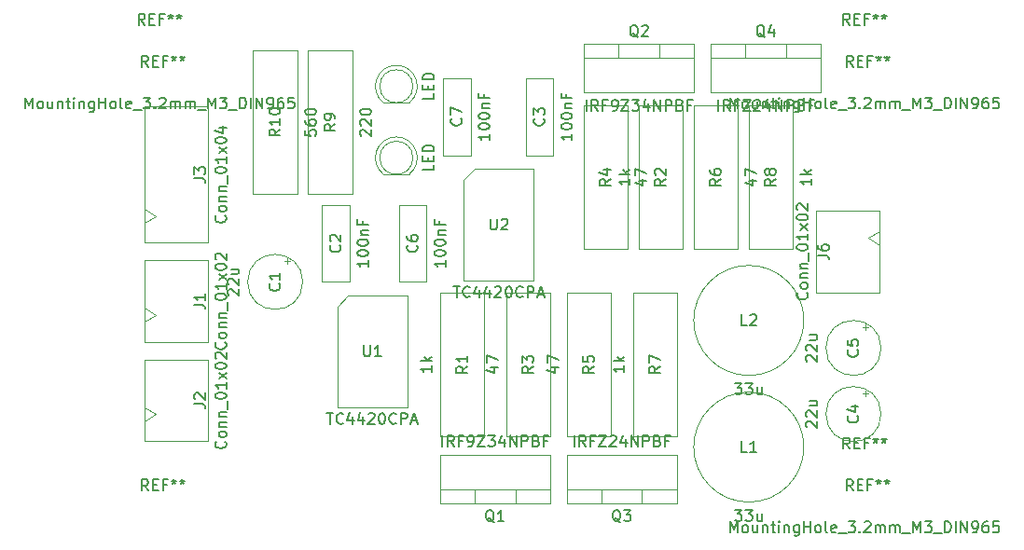
<source format=gbr>
G04 #@! TF.GenerationSoftware,KiCad,Pcbnew,5.1.10-88a1d61d58~90~ubuntu20.04.1*
G04 #@! TF.CreationDate,2022-01-16T22:24:50+00:00*
G04 #@! TF.ProjectId,driver,64726976-6572-42e6-9b69-6361645f7063,rev?*
G04 #@! TF.SameCoordinates,Original*
G04 #@! TF.FileFunction,Other,Fab,Top*
%FSLAX46Y46*%
G04 Gerber Fmt 4.6, Leading zero omitted, Abs format (unit mm)*
G04 Created by KiCad (PCBNEW 5.1.10-88a1d61d58~90~ubuntu20.04.1) date 2022-01-16 22:24:50*
%MOMM*%
%LPD*%
G01*
G04 APERTURE LIST*
%ADD10C,0.100000*%
%ADD11C,0.150000*%
G04 APERTURE END LIST*
D10*
X126150000Y-99950000D02*
X131900000Y-99950000D01*
X131900000Y-99950000D02*
X131900000Y-92550000D01*
X131900000Y-92550000D02*
X126150000Y-92550000D01*
X126150000Y-92550000D02*
X126150000Y-99950000D01*
X126150000Y-98125000D02*
X127150000Y-97500000D01*
X127150000Y-97500000D02*
X126150000Y-96875000D01*
X156135000Y-84230000D02*
X161485000Y-84230000D01*
X161485000Y-84230000D02*
X161485000Y-94390000D01*
X161485000Y-94390000D02*
X155135000Y-94390000D01*
X155135000Y-94390000D02*
X155135000Y-85230000D01*
X155135000Y-85230000D02*
X156135000Y-84230000D01*
X144635000Y-95730000D02*
X149985000Y-95730000D01*
X149985000Y-95730000D02*
X149985000Y-105890000D01*
X149985000Y-105890000D02*
X143635000Y-105890000D01*
X143635000Y-105890000D02*
X143635000Y-96730000D01*
X143635000Y-96730000D02*
X144635000Y-95730000D01*
X136000000Y-73500000D02*
X136000000Y-86500000D01*
X140000000Y-73500000D02*
X136000000Y-73500000D01*
X140000000Y-86500000D02*
X140000000Y-73500000D01*
X136000000Y-86500000D02*
X140000000Y-86500000D01*
X141000000Y-86500000D02*
X145000000Y-86500000D01*
X145000000Y-86500000D02*
X145000000Y-73500000D01*
X145000000Y-73500000D02*
X141000000Y-73500000D01*
X141000000Y-73500000D02*
X141000000Y-86500000D01*
X181000000Y-91500000D02*
X185000000Y-91500000D01*
X185000000Y-91500000D02*
X185000000Y-78500000D01*
X185000000Y-78500000D02*
X181000000Y-78500000D01*
X181000000Y-78500000D02*
X181000000Y-91500000D01*
X174500000Y-95500000D02*
X170500000Y-95500000D01*
X170500000Y-95500000D02*
X170500000Y-108500000D01*
X170500000Y-108500000D02*
X174500000Y-108500000D01*
X174500000Y-108500000D02*
X174500000Y-95500000D01*
X176000000Y-91500000D02*
X180000000Y-91500000D01*
X180000000Y-91500000D02*
X180000000Y-78500000D01*
X180000000Y-78500000D02*
X176000000Y-78500000D01*
X176000000Y-78500000D02*
X176000000Y-91500000D01*
X168500000Y-95500000D02*
X164500000Y-95500000D01*
X164500000Y-95500000D02*
X164500000Y-108500000D01*
X164500000Y-108500000D02*
X168500000Y-108500000D01*
X168500000Y-108500000D02*
X168500000Y-95500000D01*
X166000000Y-91500000D02*
X170000000Y-91500000D01*
X170000000Y-91500000D02*
X170000000Y-78500000D01*
X170000000Y-78500000D02*
X166000000Y-78500000D01*
X166000000Y-78500000D02*
X166000000Y-91500000D01*
X163000000Y-95500000D02*
X159000000Y-95500000D01*
X159000000Y-95500000D02*
X159000000Y-108500000D01*
X159000000Y-108500000D02*
X163000000Y-108500000D01*
X163000000Y-108500000D02*
X163000000Y-95500000D01*
X175000000Y-78500000D02*
X171000000Y-78500000D01*
X171000000Y-78500000D02*
X171000000Y-91500000D01*
X171000000Y-91500000D02*
X175000000Y-91500000D01*
X175000000Y-91500000D02*
X175000000Y-78500000D01*
X157000000Y-95500000D02*
X153000000Y-95500000D01*
X153000000Y-95500000D02*
X153000000Y-108500000D01*
X153000000Y-108500000D02*
X157000000Y-108500000D01*
X157000000Y-108500000D02*
X157000000Y-95500000D01*
X177540000Y-72850000D02*
X177540000Y-77250000D01*
X177540000Y-77250000D02*
X187540000Y-77250000D01*
X187540000Y-77250000D02*
X187540000Y-72850000D01*
X187540000Y-72850000D02*
X177540000Y-72850000D01*
X177540000Y-74120000D02*
X187540000Y-74120000D01*
X180690000Y-72850000D02*
X180690000Y-74120000D01*
X184390000Y-72850000D02*
X184390000Y-74120000D01*
X174460000Y-114650000D02*
X174460000Y-110250000D01*
X174460000Y-110250000D02*
X164460000Y-110250000D01*
X164460000Y-110250000D02*
X164460000Y-114650000D01*
X164460000Y-114650000D02*
X174460000Y-114650000D01*
X174460000Y-113380000D02*
X164460000Y-113380000D01*
X171310000Y-114650000D02*
X171310000Y-113380000D01*
X167610000Y-114650000D02*
X167610000Y-113380000D01*
X166040000Y-72850000D02*
X166040000Y-77250000D01*
X166040000Y-77250000D02*
X176040000Y-77250000D01*
X176040000Y-77250000D02*
X176040000Y-72850000D01*
X176040000Y-72850000D02*
X166040000Y-72850000D01*
X166040000Y-74120000D02*
X176040000Y-74120000D01*
X169190000Y-72850000D02*
X169190000Y-74120000D01*
X172890000Y-72850000D02*
X172890000Y-74120000D01*
X162960000Y-114650000D02*
X162960000Y-110250000D01*
X162960000Y-110250000D02*
X152960000Y-110250000D01*
X152960000Y-110250000D02*
X152960000Y-114650000D01*
X152960000Y-114650000D02*
X162960000Y-114650000D01*
X162960000Y-113380000D02*
X152960000Y-113380000D01*
X159810000Y-114650000D02*
X159810000Y-113380000D01*
X156110000Y-114650000D02*
X156110000Y-113380000D01*
X186000000Y-98000000D02*
G75*
G03*
X186000000Y-98000000I-5000000J0D01*
G01*
X186000000Y-109500000D02*
G75*
G03*
X186000000Y-109500000I-5000000J0D01*
G01*
X192850000Y-88050000D02*
X187100000Y-88050000D01*
X187100000Y-88050000D02*
X187100000Y-95450000D01*
X187100000Y-95450000D02*
X192850000Y-95450000D01*
X192850000Y-95450000D02*
X192850000Y-88050000D01*
X192850000Y-89875000D02*
X191850000Y-90500000D01*
X191850000Y-90500000D02*
X192850000Y-91125000D01*
X126150000Y-90950000D02*
X131900000Y-90950000D01*
X131900000Y-90950000D02*
X131900000Y-78550000D01*
X131900000Y-78550000D02*
X126150000Y-78550000D01*
X126150000Y-78550000D02*
X126150000Y-90950000D01*
X126150000Y-89125000D02*
X127150000Y-88500000D01*
X127150000Y-88500000D02*
X126150000Y-87875000D01*
X126150000Y-108950000D02*
X131900000Y-108950000D01*
X131900000Y-108950000D02*
X131900000Y-101550000D01*
X131900000Y-101550000D02*
X126150000Y-101550000D01*
X126150000Y-101550000D02*
X126150000Y-108950000D01*
X126150000Y-107125000D02*
X127150000Y-106500000D01*
X127150000Y-106500000D02*
X126150000Y-105875000D01*
X150500000Y-83230000D02*
G75*
G03*
X150500000Y-83230000I-1500000J0D01*
G01*
X147833810Y-84730000D02*
X150166190Y-84730000D01*
X150165476Y-84730555D02*
G75*
G03*
X147833810Y-84730000I-1165476J1500555D01*
G01*
X150500000Y-76730000D02*
G75*
G03*
X150500000Y-76730000I-1500000J0D01*
G01*
X147833810Y-78230000D02*
X150166190Y-78230000D01*
X150165476Y-78230555D02*
G75*
G03*
X147833810Y-78230000I-1165476J1500555D01*
G01*
X153250000Y-83000000D02*
X155750000Y-83000000D01*
X155750000Y-83000000D02*
X155750000Y-76000000D01*
X155750000Y-76000000D02*
X153250000Y-76000000D01*
X153250000Y-76000000D02*
X153250000Y-83000000D01*
X149250000Y-94500000D02*
X151750000Y-94500000D01*
X151750000Y-94500000D02*
X151750000Y-87500000D01*
X151750000Y-87500000D02*
X149250000Y-87500000D01*
X149250000Y-87500000D02*
X149250000Y-94500000D01*
X193000000Y-100500000D02*
G75*
G03*
X193000000Y-100500000I-2500000J0D01*
G01*
X191587500Y-98366395D02*
X191587500Y-98866395D01*
X191837500Y-98616395D02*
X191337500Y-98616395D01*
X193000000Y-106500000D02*
G75*
G03*
X193000000Y-106500000I-2500000J0D01*
G01*
X191587500Y-104366395D02*
X191587500Y-104866395D01*
X191837500Y-104616395D02*
X191337500Y-104616395D01*
X160750000Y-83000000D02*
X163250000Y-83000000D01*
X163250000Y-83000000D02*
X163250000Y-76000000D01*
X163250000Y-76000000D02*
X160750000Y-76000000D01*
X160750000Y-76000000D02*
X160750000Y-83000000D01*
X142250000Y-94500000D02*
X144750000Y-94500000D01*
X144750000Y-94500000D02*
X144750000Y-87500000D01*
X144750000Y-87500000D02*
X142250000Y-87500000D01*
X142250000Y-87500000D02*
X142250000Y-94500000D01*
X139337500Y-92616395D02*
X138837500Y-92616395D01*
X139087500Y-92366395D02*
X139087500Y-92866395D01*
X140500000Y-94500000D02*
G75*
G03*
X140500000Y-94500000I-2500000J0D01*
G01*
D11*
X133457142Y-99988095D02*
X133504761Y-100035714D01*
X133552380Y-100178571D01*
X133552380Y-100273809D01*
X133504761Y-100416666D01*
X133409523Y-100511904D01*
X133314285Y-100559523D01*
X133123809Y-100607142D01*
X132980952Y-100607142D01*
X132790476Y-100559523D01*
X132695238Y-100511904D01*
X132600000Y-100416666D01*
X132552380Y-100273809D01*
X132552380Y-100178571D01*
X132600000Y-100035714D01*
X132647619Y-99988095D01*
X133552380Y-99416666D02*
X133504761Y-99511904D01*
X133457142Y-99559523D01*
X133361904Y-99607142D01*
X133076190Y-99607142D01*
X132980952Y-99559523D01*
X132933333Y-99511904D01*
X132885714Y-99416666D01*
X132885714Y-99273809D01*
X132933333Y-99178571D01*
X132980952Y-99130952D01*
X133076190Y-99083333D01*
X133361904Y-99083333D01*
X133457142Y-99130952D01*
X133504761Y-99178571D01*
X133552380Y-99273809D01*
X133552380Y-99416666D01*
X132885714Y-98654761D02*
X133552380Y-98654761D01*
X132980952Y-98654761D02*
X132933333Y-98607142D01*
X132885714Y-98511904D01*
X132885714Y-98369047D01*
X132933333Y-98273809D01*
X133028571Y-98226190D01*
X133552380Y-98226190D01*
X132885714Y-97750000D02*
X133552380Y-97750000D01*
X132980952Y-97750000D02*
X132933333Y-97702380D01*
X132885714Y-97607142D01*
X132885714Y-97464285D01*
X132933333Y-97369047D01*
X133028571Y-97321428D01*
X133552380Y-97321428D01*
X133647619Y-97083333D02*
X133647619Y-96321428D01*
X132552380Y-95892857D02*
X132552380Y-95797619D01*
X132600000Y-95702380D01*
X132647619Y-95654761D01*
X132742857Y-95607142D01*
X132933333Y-95559523D01*
X133171428Y-95559523D01*
X133361904Y-95607142D01*
X133457142Y-95654761D01*
X133504761Y-95702380D01*
X133552380Y-95797619D01*
X133552380Y-95892857D01*
X133504761Y-95988095D01*
X133457142Y-96035714D01*
X133361904Y-96083333D01*
X133171428Y-96130952D01*
X132933333Y-96130952D01*
X132742857Y-96083333D01*
X132647619Y-96035714D01*
X132600000Y-95988095D01*
X132552380Y-95892857D01*
X133552380Y-94607142D02*
X133552380Y-95178571D01*
X133552380Y-94892857D02*
X132552380Y-94892857D01*
X132695238Y-94988095D01*
X132790476Y-95083333D01*
X132838095Y-95178571D01*
X133552380Y-94273809D02*
X132885714Y-93750000D01*
X132885714Y-94273809D02*
X133552380Y-93750000D01*
X132552380Y-93178571D02*
X132552380Y-93083333D01*
X132600000Y-92988095D01*
X132647619Y-92940476D01*
X132742857Y-92892857D01*
X132933333Y-92845238D01*
X133171428Y-92845238D01*
X133361904Y-92892857D01*
X133457142Y-92940476D01*
X133504761Y-92988095D01*
X133552380Y-93083333D01*
X133552380Y-93178571D01*
X133504761Y-93273809D01*
X133457142Y-93321428D01*
X133361904Y-93369047D01*
X133171428Y-93416666D01*
X132933333Y-93416666D01*
X132742857Y-93369047D01*
X132647619Y-93321428D01*
X132600000Y-93273809D01*
X132552380Y-93178571D01*
X132647619Y-92464285D02*
X132600000Y-92416666D01*
X132552380Y-92321428D01*
X132552380Y-92083333D01*
X132600000Y-91988095D01*
X132647619Y-91940476D01*
X132742857Y-91892857D01*
X132838095Y-91892857D01*
X132980952Y-91940476D01*
X133552380Y-92511904D01*
X133552380Y-91892857D01*
X130652380Y-96583333D02*
X131366666Y-96583333D01*
X131509523Y-96630952D01*
X131604761Y-96726190D01*
X131652380Y-96869047D01*
X131652380Y-96964285D01*
X131652380Y-95583333D02*
X131652380Y-96154761D01*
X131652380Y-95869047D02*
X130652380Y-95869047D01*
X130795238Y-95964285D01*
X130890476Y-96059523D01*
X130938095Y-96154761D01*
X126466666Y-113452380D02*
X126133333Y-112976190D01*
X125895238Y-113452380D02*
X125895238Y-112452380D01*
X126276190Y-112452380D01*
X126371428Y-112500000D01*
X126419047Y-112547619D01*
X126466666Y-112642857D01*
X126466666Y-112785714D01*
X126419047Y-112880952D01*
X126371428Y-112928571D01*
X126276190Y-112976190D01*
X125895238Y-112976190D01*
X126895238Y-112928571D02*
X127228571Y-112928571D01*
X127371428Y-113452380D02*
X126895238Y-113452380D01*
X126895238Y-112452380D01*
X127371428Y-112452380D01*
X128133333Y-112928571D02*
X127800000Y-112928571D01*
X127800000Y-113452380D02*
X127800000Y-112452380D01*
X128276190Y-112452380D01*
X128800000Y-112452380D02*
X128800000Y-112690476D01*
X128561904Y-112595238D02*
X128800000Y-112690476D01*
X129038095Y-112595238D01*
X128657142Y-112880952D02*
X128800000Y-112690476D01*
X128942857Y-112880952D01*
X129561904Y-112452380D02*
X129561904Y-112690476D01*
X129323809Y-112595238D02*
X129561904Y-112690476D01*
X129800000Y-112595238D01*
X129419047Y-112880952D02*
X129561904Y-112690476D01*
X129704761Y-112880952D01*
X126166666Y-71152380D02*
X125833333Y-70676190D01*
X125595238Y-71152380D02*
X125595238Y-70152380D01*
X125976190Y-70152380D01*
X126071428Y-70200000D01*
X126119047Y-70247619D01*
X126166666Y-70342857D01*
X126166666Y-70485714D01*
X126119047Y-70580952D01*
X126071428Y-70628571D01*
X125976190Y-70676190D01*
X125595238Y-70676190D01*
X126595238Y-70628571D02*
X126928571Y-70628571D01*
X127071428Y-71152380D02*
X126595238Y-71152380D01*
X126595238Y-70152380D01*
X127071428Y-70152380D01*
X127833333Y-70628571D02*
X127500000Y-70628571D01*
X127500000Y-71152380D02*
X127500000Y-70152380D01*
X127976190Y-70152380D01*
X128500000Y-70152380D02*
X128500000Y-70390476D01*
X128261904Y-70295238D02*
X128500000Y-70390476D01*
X128738095Y-70295238D01*
X128357142Y-70580952D02*
X128500000Y-70390476D01*
X128642857Y-70580952D01*
X129261904Y-70152380D02*
X129261904Y-70390476D01*
X129023809Y-70295238D02*
X129261904Y-70390476D01*
X129500000Y-70295238D01*
X129119047Y-70580952D02*
X129261904Y-70390476D01*
X129404761Y-70580952D01*
X115309523Y-78752380D02*
X115309523Y-77752380D01*
X115642857Y-78466666D01*
X115976190Y-77752380D01*
X115976190Y-78752380D01*
X116595238Y-78752380D02*
X116500000Y-78704761D01*
X116452380Y-78657142D01*
X116404761Y-78561904D01*
X116404761Y-78276190D01*
X116452380Y-78180952D01*
X116500000Y-78133333D01*
X116595238Y-78085714D01*
X116738095Y-78085714D01*
X116833333Y-78133333D01*
X116880952Y-78180952D01*
X116928571Y-78276190D01*
X116928571Y-78561904D01*
X116880952Y-78657142D01*
X116833333Y-78704761D01*
X116738095Y-78752380D01*
X116595238Y-78752380D01*
X117785714Y-78085714D02*
X117785714Y-78752380D01*
X117357142Y-78085714D02*
X117357142Y-78609523D01*
X117404761Y-78704761D01*
X117500000Y-78752380D01*
X117642857Y-78752380D01*
X117738095Y-78704761D01*
X117785714Y-78657142D01*
X118261904Y-78085714D02*
X118261904Y-78752380D01*
X118261904Y-78180952D02*
X118309523Y-78133333D01*
X118404761Y-78085714D01*
X118547619Y-78085714D01*
X118642857Y-78133333D01*
X118690476Y-78228571D01*
X118690476Y-78752380D01*
X119023809Y-78085714D02*
X119404761Y-78085714D01*
X119166666Y-77752380D02*
X119166666Y-78609523D01*
X119214285Y-78704761D01*
X119309523Y-78752380D01*
X119404761Y-78752380D01*
X119738095Y-78752380D02*
X119738095Y-78085714D01*
X119738095Y-77752380D02*
X119690476Y-77800000D01*
X119738095Y-77847619D01*
X119785714Y-77800000D01*
X119738095Y-77752380D01*
X119738095Y-77847619D01*
X120214285Y-78085714D02*
X120214285Y-78752380D01*
X120214285Y-78180952D02*
X120261904Y-78133333D01*
X120357142Y-78085714D01*
X120500000Y-78085714D01*
X120595238Y-78133333D01*
X120642857Y-78228571D01*
X120642857Y-78752380D01*
X121547619Y-78085714D02*
X121547619Y-78895238D01*
X121500000Y-78990476D01*
X121452380Y-79038095D01*
X121357142Y-79085714D01*
X121214285Y-79085714D01*
X121119047Y-79038095D01*
X121547619Y-78704761D02*
X121452380Y-78752380D01*
X121261904Y-78752380D01*
X121166666Y-78704761D01*
X121119047Y-78657142D01*
X121071428Y-78561904D01*
X121071428Y-78276190D01*
X121119047Y-78180952D01*
X121166666Y-78133333D01*
X121261904Y-78085714D01*
X121452380Y-78085714D01*
X121547619Y-78133333D01*
X122023809Y-78752380D02*
X122023809Y-77752380D01*
X122023809Y-78228571D02*
X122595238Y-78228571D01*
X122595238Y-78752380D02*
X122595238Y-77752380D01*
X123214285Y-78752380D02*
X123119047Y-78704761D01*
X123071428Y-78657142D01*
X123023809Y-78561904D01*
X123023809Y-78276190D01*
X123071428Y-78180952D01*
X123119047Y-78133333D01*
X123214285Y-78085714D01*
X123357142Y-78085714D01*
X123452380Y-78133333D01*
X123500000Y-78180952D01*
X123547619Y-78276190D01*
X123547619Y-78561904D01*
X123500000Y-78657142D01*
X123452380Y-78704761D01*
X123357142Y-78752380D01*
X123214285Y-78752380D01*
X124119047Y-78752380D02*
X124023809Y-78704761D01*
X123976190Y-78609523D01*
X123976190Y-77752380D01*
X124880952Y-78704761D02*
X124785714Y-78752380D01*
X124595238Y-78752380D01*
X124500000Y-78704761D01*
X124452380Y-78609523D01*
X124452380Y-78228571D01*
X124500000Y-78133333D01*
X124595238Y-78085714D01*
X124785714Y-78085714D01*
X124880952Y-78133333D01*
X124928571Y-78228571D01*
X124928571Y-78323809D01*
X124452380Y-78419047D01*
X125119047Y-78847619D02*
X125880952Y-78847619D01*
X126023809Y-77752380D02*
X126642857Y-77752380D01*
X126309523Y-78133333D01*
X126452380Y-78133333D01*
X126547619Y-78180952D01*
X126595238Y-78228571D01*
X126642857Y-78323809D01*
X126642857Y-78561904D01*
X126595238Y-78657142D01*
X126547619Y-78704761D01*
X126452380Y-78752380D01*
X126166666Y-78752380D01*
X126071428Y-78704761D01*
X126023809Y-78657142D01*
X127071428Y-78657142D02*
X127119047Y-78704761D01*
X127071428Y-78752380D01*
X127023809Y-78704761D01*
X127071428Y-78657142D01*
X127071428Y-78752380D01*
X127499999Y-77847619D02*
X127547619Y-77800000D01*
X127642857Y-77752380D01*
X127880952Y-77752380D01*
X127976190Y-77800000D01*
X128023809Y-77847619D01*
X128071428Y-77942857D01*
X128071428Y-78038095D01*
X128023809Y-78180952D01*
X127452380Y-78752380D01*
X128071428Y-78752380D01*
X128499999Y-78752380D02*
X128499999Y-78085714D01*
X128499999Y-78180952D02*
X128547619Y-78133333D01*
X128642857Y-78085714D01*
X128785714Y-78085714D01*
X128880952Y-78133333D01*
X128928571Y-78228571D01*
X128928571Y-78752380D01*
X128928571Y-78228571D02*
X128976190Y-78133333D01*
X129071428Y-78085714D01*
X129214285Y-78085714D01*
X129309523Y-78133333D01*
X129357142Y-78228571D01*
X129357142Y-78752380D01*
X129833333Y-78752380D02*
X129833333Y-78085714D01*
X129833333Y-78180952D02*
X129880952Y-78133333D01*
X129976190Y-78085714D01*
X130119047Y-78085714D01*
X130214285Y-78133333D01*
X130261904Y-78228571D01*
X130261904Y-78752380D01*
X130261904Y-78228571D02*
X130309523Y-78133333D01*
X130404761Y-78085714D01*
X130547619Y-78085714D01*
X130642857Y-78133333D01*
X130690476Y-78228571D01*
X130690476Y-78752380D01*
X130928571Y-78847619D02*
X131690476Y-78847619D01*
X131928571Y-78752380D02*
X131928571Y-77752380D01*
X132261904Y-78466666D01*
X132595238Y-77752380D01*
X132595238Y-78752380D01*
X132976190Y-77752380D02*
X133595238Y-77752380D01*
X133261904Y-78133333D01*
X133404761Y-78133333D01*
X133500000Y-78180952D01*
X133547619Y-78228571D01*
X133595238Y-78323809D01*
X133595238Y-78561904D01*
X133547619Y-78657142D01*
X133500000Y-78704761D01*
X133404761Y-78752380D01*
X133119047Y-78752380D01*
X133023809Y-78704761D01*
X132976190Y-78657142D01*
X133785714Y-78847619D02*
X134547619Y-78847619D01*
X134785714Y-78752380D02*
X134785714Y-77752380D01*
X135023809Y-77752380D01*
X135166666Y-77800000D01*
X135261904Y-77895238D01*
X135309523Y-77990476D01*
X135357142Y-78180952D01*
X135357142Y-78323809D01*
X135309523Y-78514285D01*
X135261904Y-78609523D01*
X135166666Y-78704761D01*
X135023809Y-78752380D01*
X134785714Y-78752380D01*
X135785714Y-78752380D02*
X135785714Y-77752380D01*
X136261904Y-78752380D02*
X136261904Y-77752380D01*
X136833333Y-78752380D01*
X136833333Y-77752380D01*
X137357142Y-78752380D02*
X137547619Y-78752380D01*
X137642857Y-78704761D01*
X137690476Y-78657142D01*
X137785714Y-78514285D01*
X137833333Y-78323809D01*
X137833333Y-77942857D01*
X137785714Y-77847619D01*
X137738095Y-77800000D01*
X137642857Y-77752380D01*
X137452380Y-77752380D01*
X137357142Y-77800000D01*
X137309523Y-77847619D01*
X137261904Y-77942857D01*
X137261904Y-78180952D01*
X137309523Y-78276190D01*
X137357142Y-78323809D01*
X137452380Y-78371428D01*
X137642857Y-78371428D01*
X137738095Y-78323809D01*
X137785714Y-78276190D01*
X137833333Y-78180952D01*
X138690476Y-77752380D02*
X138500000Y-77752380D01*
X138404761Y-77800000D01*
X138357142Y-77847619D01*
X138261904Y-77990476D01*
X138214285Y-78180952D01*
X138214285Y-78561904D01*
X138261904Y-78657142D01*
X138309523Y-78704761D01*
X138404761Y-78752380D01*
X138595238Y-78752380D01*
X138690476Y-78704761D01*
X138738095Y-78657142D01*
X138785714Y-78561904D01*
X138785714Y-78323809D01*
X138738095Y-78228571D01*
X138690476Y-78180952D01*
X138595238Y-78133333D01*
X138404761Y-78133333D01*
X138309523Y-78180952D01*
X138261904Y-78228571D01*
X138214285Y-78323809D01*
X139690476Y-77752380D02*
X139214285Y-77752380D01*
X139166666Y-78228571D01*
X139214285Y-78180952D01*
X139309523Y-78133333D01*
X139547619Y-78133333D01*
X139642857Y-78180952D01*
X139690476Y-78228571D01*
X139738095Y-78323809D01*
X139738095Y-78561904D01*
X139690476Y-78657142D01*
X139642857Y-78704761D01*
X139547619Y-78752380D01*
X139309523Y-78752380D01*
X139214285Y-78704761D01*
X139166666Y-78657142D01*
X126466666Y-74952380D02*
X126133333Y-74476190D01*
X125895238Y-74952380D02*
X125895238Y-73952380D01*
X126276190Y-73952380D01*
X126371428Y-74000000D01*
X126419047Y-74047619D01*
X126466666Y-74142857D01*
X126466666Y-74285714D01*
X126419047Y-74380952D01*
X126371428Y-74428571D01*
X126276190Y-74476190D01*
X125895238Y-74476190D01*
X126895238Y-74428571D02*
X127228571Y-74428571D01*
X127371428Y-74952380D02*
X126895238Y-74952380D01*
X126895238Y-73952380D01*
X127371428Y-73952380D01*
X128133333Y-74428571D02*
X127800000Y-74428571D01*
X127800000Y-74952380D02*
X127800000Y-73952380D01*
X128276190Y-73952380D01*
X128800000Y-73952380D02*
X128800000Y-74190476D01*
X128561904Y-74095238D02*
X128800000Y-74190476D01*
X129038095Y-74095238D01*
X128657142Y-74380952D02*
X128800000Y-74190476D01*
X128942857Y-74380952D01*
X129561904Y-73952380D02*
X129561904Y-74190476D01*
X129323809Y-74095238D02*
X129561904Y-74190476D01*
X129800000Y-74095238D01*
X129419047Y-74380952D02*
X129561904Y-74190476D01*
X129704761Y-74380952D01*
X190166666Y-71152380D02*
X189833333Y-70676190D01*
X189595238Y-71152380D02*
X189595238Y-70152380D01*
X189976190Y-70152380D01*
X190071428Y-70200000D01*
X190119047Y-70247619D01*
X190166666Y-70342857D01*
X190166666Y-70485714D01*
X190119047Y-70580952D01*
X190071428Y-70628571D01*
X189976190Y-70676190D01*
X189595238Y-70676190D01*
X190595238Y-70628571D02*
X190928571Y-70628571D01*
X191071428Y-71152380D02*
X190595238Y-71152380D01*
X190595238Y-70152380D01*
X191071428Y-70152380D01*
X191833333Y-70628571D02*
X191500000Y-70628571D01*
X191500000Y-71152380D02*
X191500000Y-70152380D01*
X191976190Y-70152380D01*
X192500000Y-70152380D02*
X192500000Y-70390476D01*
X192261904Y-70295238D02*
X192500000Y-70390476D01*
X192738095Y-70295238D01*
X192357142Y-70580952D02*
X192500000Y-70390476D01*
X192642857Y-70580952D01*
X193261904Y-70152380D02*
X193261904Y-70390476D01*
X193023809Y-70295238D02*
X193261904Y-70390476D01*
X193500000Y-70295238D01*
X193119047Y-70580952D02*
X193261904Y-70390476D01*
X193404761Y-70580952D01*
X179309523Y-78752380D02*
X179309523Y-77752380D01*
X179642857Y-78466666D01*
X179976190Y-77752380D01*
X179976190Y-78752380D01*
X180595238Y-78752380D02*
X180500000Y-78704761D01*
X180452380Y-78657142D01*
X180404761Y-78561904D01*
X180404761Y-78276190D01*
X180452380Y-78180952D01*
X180500000Y-78133333D01*
X180595238Y-78085714D01*
X180738095Y-78085714D01*
X180833333Y-78133333D01*
X180880952Y-78180952D01*
X180928571Y-78276190D01*
X180928571Y-78561904D01*
X180880952Y-78657142D01*
X180833333Y-78704761D01*
X180738095Y-78752380D01*
X180595238Y-78752380D01*
X181785714Y-78085714D02*
X181785714Y-78752380D01*
X181357142Y-78085714D02*
X181357142Y-78609523D01*
X181404761Y-78704761D01*
X181500000Y-78752380D01*
X181642857Y-78752380D01*
X181738095Y-78704761D01*
X181785714Y-78657142D01*
X182261904Y-78085714D02*
X182261904Y-78752380D01*
X182261904Y-78180952D02*
X182309523Y-78133333D01*
X182404761Y-78085714D01*
X182547619Y-78085714D01*
X182642857Y-78133333D01*
X182690476Y-78228571D01*
X182690476Y-78752380D01*
X183023809Y-78085714D02*
X183404761Y-78085714D01*
X183166666Y-77752380D02*
X183166666Y-78609523D01*
X183214285Y-78704761D01*
X183309523Y-78752380D01*
X183404761Y-78752380D01*
X183738095Y-78752380D02*
X183738095Y-78085714D01*
X183738095Y-77752380D02*
X183690476Y-77800000D01*
X183738095Y-77847619D01*
X183785714Y-77800000D01*
X183738095Y-77752380D01*
X183738095Y-77847619D01*
X184214285Y-78085714D02*
X184214285Y-78752380D01*
X184214285Y-78180952D02*
X184261904Y-78133333D01*
X184357142Y-78085714D01*
X184500000Y-78085714D01*
X184595238Y-78133333D01*
X184642857Y-78228571D01*
X184642857Y-78752380D01*
X185547619Y-78085714D02*
X185547619Y-78895238D01*
X185500000Y-78990476D01*
X185452380Y-79038095D01*
X185357142Y-79085714D01*
X185214285Y-79085714D01*
X185119047Y-79038095D01*
X185547619Y-78704761D02*
X185452380Y-78752380D01*
X185261904Y-78752380D01*
X185166666Y-78704761D01*
X185119047Y-78657142D01*
X185071428Y-78561904D01*
X185071428Y-78276190D01*
X185119047Y-78180952D01*
X185166666Y-78133333D01*
X185261904Y-78085714D01*
X185452380Y-78085714D01*
X185547619Y-78133333D01*
X186023809Y-78752380D02*
X186023809Y-77752380D01*
X186023809Y-78228571D02*
X186595238Y-78228571D01*
X186595238Y-78752380D02*
X186595238Y-77752380D01*
X187214285Y-78752380D02*
X187119047Y-78704761D01*
X187071428Y-78657142D01*
X187023809Y-78561904D01*
X187023809Y-78276190D01*
X187071428Y-78180952D01*
X187119047Y-78133333D01*
X187214285Y-78085714D01*
X187357142Y-78085714D01*
X187452380Y-78133333D01*
X187500000Y-78180952D01*
X187547619Y-78276190D01*
X187547619Y-78561904D01*
X187500000Y-78657142D01*
X187452380Y-78704761D01*
X187357142Y-78752380D01*
X187214285Y-78752380D01*
X188119047Y-78752380D02*
X188023809Y-78704761D01*
X187976190Y-78609523D01*
X187976190Y-77752380D01*
X188880952Y-78704761D02*
X188785714Y-78752380D01*
X188595238Y-78752380D01*
X188500000Y-78704761D01*
X188452380Y-78609523D01*
X188452380Y-78228571D01*
X188500000Y-78133333D01*
X188595238Y-78085714D01*
X188785714Y-78085714D01*
X188880952Y-78133333D01*
X188928571Y-78228571D01*
X188928571Y-78323809D01*
X188452380Y-78419047D01*
X189119047Y-78847619D02*
X189880952Y-78847619D01*
X190023809Y-77752380D02*
X190642857Y-77752380D01*
X190309523Y-78133333D01*
X190452380Y-78133333D01*
X190547619Y-78180952D01*
X190595238Y-78228571D01*
X190642857Y-78323809D01*
X190642857Y-78561904D01*
X190595238Y-78657142D01*
X190547619Y-78704761D01*
X190452380Y-78752380D01*
X190166666Y-78752380D01*
X190071428Y-78704761D01*
X190023809Y-78657142D01*
X191071428Y-78657142D02*
X191119047Y-78704761D01*
X191071428Y-78752380D01*
X191023809Y-78704761D01*
X191071428Y-78657142D01*
X191071428Y-78752380D01*
X191500000Y-77847619D02*
X191547619Y-77800000D01*
X191642857Y-77752380D01*
X191880952Y-77752380D01*
X191976190Y-77800000D01*
X192023809Y-77847619D01*
X192071428Y-77942857D01*
X192071428Y-78038095D01*
X192023809Y-78180952D01*
X191452380Y-78752380D01*
X192071428Y-78752380D01*
X192500000Y-78752380D02*
X192500000Y-78085714D01*
X192500000Y-78180952D02*
X192547619Y-78133333D01*
X192642857Y-78085714D01*
X192785714Y-78085714D01*
X192880952Y-78133333D01*
X192928571Y-78228571D01*
X192928571Y-78752380D01*
X192928571Y-78228571D02*
X192976190Y-78133333D01*
X193071428Y-78085714D01*
X193214285Y-78085714D01*
X193309523Y-78133333D01*
X193357142Y-78228571D01*
X193357142Y-78752380D01*
X193833333Y-78752380D02*
X193833333Y-78085714D01*
X193833333Y-78180952D02*
X193880952Y-78133333D01*
X193976190Y-78085714D01*
X194119047Y-78085714D01*
X194214285Y-78133333D01*
X194261904Y-78228571D01*
X194261904Y-78752380D01*
X194261904Y-78228571D02*
X194309523Y-78133333D01*
X194404761Y-78085714D01*
X194547619Y-78085714D01*
X194642857Y-78133333D01*
X194690476Y-78228571D01*
X194690476Y-78752380D01*
X194928571Y-78847619D02*
X195690476Y-78847619D01*
X195928571Y-78752380D02*
X195928571Y-77752380D01*
X196261904Y-78466666D01*
X196595238Y-77752380D01*
X196595238Y-78752380D01*
X196976190Y-77752380D02*
X197595238Y-77752380D01*
X197261904Y-78133333D01*
X197404761Y-78133333D01*
X197500000Y-78180952D01*
X197547619Y-78228571D01*
X197595238Y-78323809D01*
X197595238Y-78561904D01*
X197547619Y-78657142D01*
X197500000Y-78704761D01*
X197404761Y-78752380D01*
X197119047Y-78752380D01*
X197023809Y-78704761D01*
X196976190Y-78657142D01*
X197785714Y-78847619D02*
X198547619Y-78847619D01*
X198785714Y-78752380D02*
X198785714Y-77752380D01*
X199023809Y-77752380D01*
X199166666Y-77800000D01*
X199261904Y-77895238D01*
X199309523Y-77990476D01*
X199357142Y-78180952D01*
X199357142Y-78323809D01*
X199309523Y-78514285D01*
X199261904Y-78609523D01*
X199166666Y-78704761D01*
X199023809Y-78752380D01*
X198785714Y-78752380D01*
X199785714Y-78752380D02*
X199785714Y-77752380D01*
X200261904Y-78752380D02*
X200261904Y-77752380D01*
X200833333Y-78752380D01*
X200833333Y-77752380D01*
X201357142Y-78752380D02*
X201547619Y-78752380D01*
X201642857Y-78704761D01*
X201690476Y-78657142D01*
X201785714Y-78514285D01*
X201833333Y-78323809D01*
X201833333Y-77942857D01*
X201785714Y-77847619D01*
X201738095Y-77800000D01*
X201642857Y-77752380D01*
X201452380Y-77752380D01*
X201357142Y-77800000D01*
X201309523Y-77847619D01*
X201261904Y-77942857D01*
X201261904Y-78180952D01*
X201309523Y-78276190D01*
X201357142Y-78323809D01*
X201452380Y-78371428D01*
X201642857Y-78371428D01*
X201738095Y-78323809D01*
X201785714Y-78276190D01*
X201833333Y-78180952D01*
X202690476Y-77752380D02*
X202500000Y-77752380D01*
X202404761Y-77800000D01*
X202357142Y-77847619D01*
X202261904Y-77990476D01*
X202214285Y-78180952D01*
X202214285Y-78561904D01*
X202261904Y-78657142D01*
X202309523Y-78704761D01*
X202404761Y-78752380D01*
X202595238Y-78752380D01*
X202690476Y-78704761D01*
X202738095Y-78657142D01*
X202785714Y-78561904D01*
X202785714Y-78323809D01*
X202738095Y-78228571D01*
X202690476Y-78180952D01*
X202595238Y-78133333D01*
X202404761Y-78133333D01*
X202309523Y-78180952D01*
X202261904Y-78228571D01*
X202214285Y-78323809D01*
X203690476Y-77752380D02*
X203214285Y-77752380D01*
X203166666Y-78228571D01*
X203214285Y-78180952D01*
X203309523Y-78133333D01*
X203547619Y-78133333D01*
X203642857Y-78180952D01*
X203690476Y-78228571D01*
X203738095Y-78323809D01*
X203738095Y-78561904D01*
X203690476Y-78657142D01*
X203642857Y-78704761D01*
X203547619Y-78752380D01*
X203309523Y-78752380D01*
X203214285Y-78704761D01*
X203166666Y-78657142D01*
X190466666Y-74952380D02*
X190133333Y-74476190D01*
X189895238Y-74952380D02*
X189895238Y-73952380D01*
X190276190Y-73952380D01*
X190371428Y-74000000D01*
X190419047Y-74047619D01*
X190466666Y-74142857D01*
X190466666Y-74285714D01*
X190419047Y-74380952D01*
X190371428Y-74428571D01*
X190276190Y-74476190D01*
X189895238Y-74476190D01*
X190895238Y-74428571D02*
X191228571Y-74428571D01*
X191371428Y-74952380D02*
X190895238Y-74952380D01*
X190895238Y-73952380D01*
X191371428Y-73952380D01*
X192133333Y-74428571D02*
X191800000Y-74428571D01*
X191800000Y-74952380D02*
X191800000Y-73952380D01*
X192276190Y-73952380D01*
X192800000Y-73952380D02*
X192800000Y-74190476D01*
X192561904Y-74095238D02*
X192800000Y-74190476D01*
X193038095Y-74095238D01*
X192657142Y-74380952D02*
X192800000Y-74190476D01*
X192942857Y-74380952D01*
X193561904Y-73952380D02*
X193561904Y-74190476D01*
X193323809Y-74095238D02*
X193561904Y-74190476D01*
X193800000Y-74095238D01*
X193419047Y-74380952D02*
X193561904Y-74190476D01*
X193704761Y-74380952D01*
X190166666Y-109652380D02*
X189833333Y-109176190D01*
X189595238Y-109652380D02*
X189595238Y-108652380D01*
X189976190Y-108652380D01*
X190071428Y-108700000D01*
X190119047Y-108747619D01*
X190166666Y-108842857D01*
X190166666Y-108985714D01*
X190119047Y-109080952D01*
X190071428Y-109128571D01*
X189976190Y-109176190D01*
X189595238Y-109176190D01*
X190595238Y-109128571D02*
X190928571Y-109128571D01*
X191071428Y-109652380D02*
X190595238Y-109652380D01*
X190595238Y-108652380D01*
X191071428Y-108652380D01*
X191833333Y-109128571D02*
X191500000Y-109128571D01*
X191500000Y-109652380D02*
X191500000Y-108652380D01*
X191976190Y-108652380D01*
X192500000Y-108652380D02*
X192500000Y-108890476D01*
X192261904Y-108795238D02*
X192500000Y-108890476D01*
X192738095Y-108795238D01*
X192357142Y-109080952D02*
X192500000Y-108890476D01*
X192642857Y-109080952D01*
X193261904Y-108652380D02*
X193261904Y-108890476D01*
X193023809Y-108795238D02*
X193261904Y-108890476D01*
X193500000Y-108795238D01*
X193119047Y-109080952D02*
X193261904Y-108890476D01*
X193404761Y-109080952D01*
X179309523Y-117252380D02*
X179309523Y-116252380D01*
X179642857Y-116966666D01*
X179976190Y-116252380D01*
X179976190Y-117252380D01*
X180595238Y-117252380D02*
X180500000Y-117204761D01*
X180452380Y-117157142D01*
X180404761Y-117061904D01*
X180404761Y-116776190D01*
X180452380Y-116680952D01*
X180500000Y-116633333D01*
X180595238Y-116585714D01*
X180738095Y-116585714D01*
X180833333Y-116633333D01*
X180880952Y-116680952D01*
X180928571Y-116776190D01*
X180928571Y-117061904D01*
X180880952Y-117157142D01*
X180833333Y-117204761D01*
X180738095Y-117252380D01*
X180595238Y-117252380D01*
X181785714Y-116585714D02*
X181785714Y-117252380D01*
X181357142Y-116585714D02*
X181357142Y-117109523D01*
X181404761Y-117204761D01*
X181500000Y-117252380D01*
X181642857Y-117252380D01*
X181738095Y-117204761D01*
X181785714Y-117157142D01*
X182261904Y-116585714D02*
X182261904Y-117252380D01*
X182261904Y-116680952D02*
X182309523Y-116633333D01*
X182404761Y-116585714D01*
X182547619Y-116585714D01*
X182642857Y-116633333D01*
X182690476Y-116728571D01*
X182690476Y-117252380D01*
X183023809Y-116585714D02*
X183404761Y-116585714D01*
X183166666Y-116252380D02*
X183166666Y-117109523D01*
X183214285Y-117204761D01*
X183309523Y-117252380D01*
X183404761Y-117252380D01*
X183738095Y-117252380D02*
X183738095Y-116585714D01*
X183738095Y-116252380D02*
X183690476Y-116300000D01*
X183738095Y-116347619D01*
X183785714Y-116300000D01*
X183738095Y-116252380D01*
X183738095Y-116347619D01*
X184214285Y-116585714D02*
X184214285Y-117252380D01*
X184214285Y-116680952D02*
X184261904Y-116633333D01*
X184357142Y-116585714D01*
X184500000Y-116585714D01*
X184595238Y-116633333D01*
X184642857Y-116728571D01*
X184642857Y-117252380D01*
X185547619Y-116585714D02*
X185547619Y-117395238D01*
X185500000Y-117490476D01*
X185452380Y-117538095D01*
X185357142Y-117585714D01*
X185214285Y-117585714D01*
X185119047Y-117538095D01*
X185547619Y-117204761D02*
X185452380Y-117252380D01*
X185261904Y-117252380D01*
X185166666Y-117204761D01*
X185119047Y-117157142D01*
X185071428Y-117061904D01*
X185071428Y-116776190D01*
X185119047Y-116680952D01*
X185166666Y-116633333D01*
X185261904Y-116585714D01*
X185452380Y-116585714D01*
X185547619Y-116633333D01*
X186023809Y-117252380D02*
X186023809Y-116252380D01*
X186023809Y-116728571D02*
X186595238Y-116728571D01*
X186595238Y-117252380D02*
X186595238Y-116252380D01*
X187214285Y-117252380D02*
X187119047Y-117204761D01*
X187071428Y-117157142D01*
X187023809Y-117061904D01*
X187023809Y-116776190D01*
X187071428Y-116680952D01*
X187119047Y-116633333D01*
X187214285Y-116585714D01*
X187357142Y-116585714D01*
X187452380Y-116633333D01*
X187500000Y-116680952D01*
X187547619Y-116776190D01*
X187547619Y-117061904D01*
X187500000Y-117157142D01*
X187452380Y-117204761D01*
X187357142Y-117252380D01*
X187214285Y-117252380D01*
X188119047Y-117252380D02*
X188023809Y-117204761D01*
X187976190Y-117109523D01*
X187976190Y-116252380D01*
X188880952Y-117204761D02*
X188785714Y-117252380D01*
X188595238Y-117252380D01*
X188500000Y-117204761D01*
X188452380Y-117109523D01*
X188452380Y-116728571D01*
X188500000Y-116633333D01*
X188595238Y-116585714D01*
X188785714Y-116585714D01*
X188880952Y-116633333D01*
X188928571Y-116728571D01*
X188928571Y-116823809D01*
X188452380Y-116919047D01*
X189119047Y-117347619D02*
X189880952Y-117347619D01*
X190023809Y-116252380D02*
X190642857Y-116252380D01*
X190309523Y-116633333D01*
X190452380Y-116633333D01*
X190547619Y-116680952D01*
X190595238Y-116728571D01*
X190642857Y-116823809D01*
X190642857Y-117061904D01*
X190595238Y-117157142D01*
X190547619Y-117204761D01*
X190452380Y-117252380D01*
X190166666Y-117252380D01*
X190071428Y-117204761D01*
X190023809Y-117157142D01*
X191071428Y-117157142D02*
X191119047Y-117204761D01*
X191071428Y-117252380D01*
X191023809Y-117204761D01*
X191071428Y-117157142D01*
X191071428Y-117252380D01*
X191500000Y-116347619D02*
X191547619Y-116300000D01*
X191642857Y-116252380D01*
X191880952Y-116252380D01*
X191976190Y-116300000D01*
X192023809Y-116347619D01*
X192071428Y-116442857D01*
X192071428Y-116538095D01*
X192023809Y-116680952D01*
X191452380Y-117252380D01*
X192071428Y-117252380D01*
X192500000Y-117252380D02*
X192500000Y-116585714D01*
X192500000Y-116680952D02*
X192547619Y-116633333D01*
X192642857Y-116585714D01*
X192785714Y-116585714D01*
X192880952Y-116633333D01*
X192928571Y-116728571D01*
X192928571Y-117252380D01*
X192928571Y-116728571D02*
X192976190Y-116633333D01*
X193071428Y-116585714D01*
X193214285Y-116585714D01*
X193309523Y-116633333D01*
X193357142Y-116728571D01*
X193357142Y-117252380D01*
X193833333Y-117252380D02*
X193833333Y-116585714D01*
X193833333Y-116680952D02*
X193880952Y-116633333D01*
X193976190Y-116585714D01*
X194119047Y-116585714D01*
X194214285Y-116633333D01*
X194261904Y-116728571D01*
X194261904Y-117252380D01*
X194261904Y-116728571D02*
X194309523Y-116633333D01*
X194404761Y-116585714D01*
X194547619Y-116585714D01*
X194642857Y-116633333D01*
X194690476Y-116728571D01*
X194690476Y-117252380D01*
X194928571Y-117347619D02*
X195690476Y-117347619D01*
X195928571Y-117252380D02*
X195928571Y-116252380D01*
X196261904Y-116966666D01*
X196595238Y-116252380D01*
X196595238Y-117252380D01*
X196976190Y-116252380D02*
X197595238Y-116252380D01*
X197261904Y-116633333D01*
X197404761Y-116633333D01*
X197500000Y-116680952D01*
X197547619Y-116728571D01*
X197595238Y-116823809D01*
X197595238Y-117061904D01*
X197547619Y-117157142D01*
X197500000Y-117204761D01*
X197404761Y-117252380D01*
X197119047Y-117252380D01*
X197023809Y-117204761D01*
X196976190Y-117157142D01*
X197785714Y-117347619D02*
X198547619Y-117347619D01*
X198785714Y-117252380D02*
X198785714Y-116252380D01*
X199023809Y-116252380D01*
X199166666Y-116300000D01*
X199261904Y-116395238D01*
X199309523Y-116490476D01*
X199357142Y-116680952D01*
X199357142Y-116823809D01*
X199309523Y-117014285D01*
X199261904Y-117109523D01*
X199166666Y-117204761D01*
X199023809Y-117252380D01*
X198785714Y-117252380D01*
X199785714Y-117252380D02*
X199785714Y-116252380D01*
X200261904Y-117252380D02*
X200261904Y-116252380D01*
X200833333Y-117252380D01*
X200833333Y-116252380D01*
X201357142Y-117252380D02*
X201547619Y-117252380D01*
X201642857Y-117204761D01*
X201690476Y-117157142D01*
X201785714Y-117014285D01*
X201833333Y-116823809D01*
X201833333Y-116442857D01*
X201785714Y-116347619D01*
X201738095Y-116300000D01*
X201642857Y-116252380D01*
X201452380Y-116252380D01*
X201357142Y-116300000D01*
X201309523Y-116347619D01*
X201261904Y-116442857D01*
X201261904Y-116680952D01*
X201309523Y-116776190D01*
X201357142Y-116823809D01*
X201452380Y-116871428D01*
X201642857Y-116871428D01*
X201738095Y-116823809D01*
X201785714Y-116776190D01*
X201833333Y-116680952D01*
X202690476Y-116252380D02*
X202500000Y-116252380D01*
X202404761Y-116300000D01*
X202357142Y-116347619D01*
X202261904Y-116490476D01*
X202214285Y-116680952D01*
X202214285Y-117061904D01*
X202261904Y-117157142D01*
X202309523Y-117204761D01*
X202404761Y-117252380D01*
X202595238Y-117252380D01*
X202690476Y-117204761D01*
X202738095Y-117157142D01*
X202785714Y-117061904D01*
X202785714Y-116823809D01*
X202738095Y-116728571D01*
X202690476Y-116680952D01*
X202595238Y-116633333D01*
X202404761Y-116633333D01*
X202309523Y-116680952D01*
X202261904Y-116728571D01*
X202214285Y-116823809D01*
X203690476Y-116252380D02*
X203214285Y-116252380D01*
X203166666Y-116728571D01*
X203214285Y-116680952D01*
X203309523Y-116633333D01*
X203547619Y-116633333D01*
X203642857Y-116680952D01*
X203690476Y-116728571D01*
X203738095Y-116823809D01*
X203738095Y-117061904D01*
X203690476Y-117157142D01*
X203642857Y-117204761D01*
X203547619Y-117252380D01*
X203309523Y-117252380D01*
X203214285Y-117204761D01*
X203166666Y-117157142D01*
X190466666Y-113452380D02*
X190133333Y-112976190D01*
X189895238Y-113452380D02*
X189895238Y-112452380D01*
X190276190Y-112452380D01*
X190371428Y-112500000D01*
X190419047Y-112547619D01*
X190466666Y-112642857D01*
X190466666Y-112785714D01*
X190419047Y-112880952D01*
X190371428Y-112928571D01*
X190276190Y-112976190D01*
X189895238Y-112976190D01*
X190895238Y-112928571D02*
X191228571Y-112928571D01*
X191371428Y-113452380D02*
X190895238Y-113452380D01*
X190895238Y-112452380D01*
X191371428Y-112452380D01*
X192133333Y-112928571D02*
X191800000Y-112928571D01*
X191800000Y-113452380D02*
X191800000Y-112452380D01*
X192276190Y-112452380D01*
X192800000Y-112452380D02*
X192800000Y-112690476D01*
X192561904Y-112595238D02*
X192800000Y-112690476D01*
X193038095Y-112595238D01*
X192657142Y-112880952D02*
X192800000Y-112690476D01*
X192942857Y-112880952D01*
X193561904Y-112452380D02*
X193561904Y-112690476D01*
X193323809Y-112595238D02*
X193561904Y-112690476D01*
X193800000Y-112595238D01*
X193419047Y-112880952D02*
X193561904Y-112690476D01*
X193704761Y-112880952D01*
X154190952Y-94902380D02*
X154762380Y-94902380D01*
X154476666Y-95902380D02*
X154476666Y-94902380D01*
X155667142Y-95807142D02*
X155619523Y-95854761D01*
X155476666Y-95902380D01*
X155381428Y-95902380D01*
X155238571Y-95854761D01*
X155143333Y-95759523D01*
X155095714Y-95664285D01*
X155048095Y-95473809D01*
X155048095Y-95330952D01*
X155095714Y-95140476D01*
X155143333Y-95045238D01*
X155238571Y-94950000D01*
X155381428Y-94902380D01*
X155476666Y-94902380D01*
X155619523Y-94950000D01*
X155667142Y-94997619D01*
X156524285Y-95235714D02*
X156524285Y-95902380D01*
X156286190Y-94854761D02*
X156048095Y-95569047D01*
X156667142Y-95569047D01*
X157476666Y-95235714D02*
X157476666Y-95902380D01*
X157238571Y-94854761D02*
X157000476Y-95569047D01*
X157619523Y-95569047D01*
X157952857Y-94997619D02*
X158000476Y-94950000D01*
X158095714Y-94902380D01*
X158333809Y-94902380D01*
X158429047Y-94950000D01*
X158476666Y-94997619D01*
X158524285Y-95092857D01*
X158524285Y-95188095D01*
X158476666Y-95330952D01*
X157905238Y-95902380D01*
X158524285Y-95902380D01*
X159143333Y-94902380D02*
X159238571Y-94902380D01*
X159333809Y-94950000D01*
X159381428Y-94997619D01*
X159429047Y-95092857D01*
X159476666Y-95283333D01*
X159476666Y-95521428D01*
X159429047Y-95711904D01*
X159381428Y-95807142D01*
X159333809Y-95854761D01*
X159238571Y-95902380D01*
X159143333Y-95902380D01*
X159048095Y-95854761D01*
X159000476Y-95807142D01*
X158952857Y-95711904D01*
X158905238Y-95521428D01*
X158905238Y-95283333D01*
X158952857Y-95092857D01*
X159000476Y-94997619D01*
X159048095Y-94950000D01*
X159143333Y-94902380D01*
X160476666Y-95807142D02*
X160429047Y-95854761D01*
X160286190Y-95902380D01*
X160190952Y-95902380D01*
X160048095Y-95854761D01*
X159952857Y-95759523D01*
X159905238Y-95664285D01*
X159857619Y-95473809D01*
X159857619Y-95330952D01*
X159905238Y-95140476D01*
X159952857Y-95045238D01*
X160048095Y-94950000D01*
X160190952Y-94902380D01*
X160286190Y-94902380D01*
X160429047Y-94950000D01*
X160476666Y-94997619D01*
X160905238Y-95902380D02*
X160905238Y-94902380D01*
X161286190Y-94902380D01*
X161381428Y-94950000D01*
X161429047Y-94997619D01*
X161476666Y-95092857D01*
X161476666Y-95235714D01*
X161429047Y-95330952D01*
X161381428Y-95378571D01*
X161286190Y-95426190D01*
X160905238Y-95426190D01*
X161857619Y-95616666D02*
X162333809Y-95616666D01*
X161762380Y-95902380D02*
X162095714Y-94902380D01*
X162429047Y-95902380D01*
X157548095Y-88762380D02*
X157548095Y-89571904D01*
X157595714Y-89667142D01*
X157643333Y-89714761D01*
X157738571Y-89762380D01*
X157929047Y-89762380D01*
X158024285Y-89714761D01*
X158071904Y-89667142D01*
X158119523Y-89571904D01*
X158119523Y-88762380D01*
X158548095Y-88857619D02*
X158595714Y-88810000D01*
X158690952Y-88762380D01*
X158929047Y-88762380D01*
X159024285Y-88810000D01*
X159071904Y-88857619D01*
X159119523Y-88952857D01*
X159119523Y-89048095D01*
X159071904Y-89190952D01*
X158500476Y-89762380D01*
X159119523Y-89762380D01*
X142690952Y-106402380D02*
X143262380Y-106402380D01*
X142976666Y-107402380D02*
X142976666Y-106402380D01*
X144167142Y-107307142D02*
X144119523Y-107354761D01*
X143976666Y-107402380D01*
X143881428Y-107402380D01*
X143738571Y-107354761D01*
X143643333Y-107259523D01*
X143595714Y-107164285D01*
X143548095Y-106973809D01*
X143548095Y-106830952D01*
X143595714Y-106640476D01*
X143643333Y-106545238D01*
X143738571Y-106450000D01*
X143881428Y-106402380D01*
X143976666Y-106402380D01*
X144119523Y-106450000D01*
X144167142Y-106497619D01*
X145024285Y-106735714D02*
X145024285Y-107402380D01*
X144786190Y-106354761D02*
X144548095Y-107069047D01*
X145167142Y-107069047D01*
X145976666Y-106735714D02*
X145976666Y-107402380D01*
X145738571Y-106354761D02*
X145500476Y-107069047D01*
X146119523Y-107069047D01*
X146452857Y-106497619D02*
X146500476Y-106450000D01*
X146595714Y-106402380D01*
X146833809Y-106402380D01*
X146929047Y-106450000D01*
X146976666Y-106497619D01*
X147024285Y-106592857D01*
X147024285Y-106688095D01*
X146976666Y-106830952D01*
X146405238Y-107402380D01*
X147024285Y-107402380D01*
X147643333Y-106402380D02*
X147738571Y-106402380D01*
X147833809Y-106450000D01*
X147881428Y-106497619D01*
X147929047Y-106592857D01*
X147976666Y-106783333D01*
X147976666Y-107021428D01*
X147929047Y-107211904D01*
X147881428Y-107307142D01*
X147833809Y-107354761D01*
X147738571Y-107402380D01*
X147643333Y-107402380D01*
X147548095Y-107354761D01*
X147500476Y-107307142D01*
X147452857Y-107211904D01*
X147405238Y-107021428D01*
X147405238Y-106783333D01*
X147452857Y-106592857D01*
X147500476Y-106497619D01*
X147548095Y-106450000D01*
X147643333Y-106402380D01*
X148976666Y-107307142D02*
X148929047Y-107354761D01*
X148786190Y-107402380D01*
X148690952Y-107402380D01*
X148548095Y-107354761D01*
X148452857Y-107259523D01*
X148405238Y-107164285D01*
X148357619Y-106973809D01*
X148357619Y-106830952D01*
X148405238Y-106640476D01*
X148452857Y-106545238D01*
X148548095Y-106450000D01*
X148690952Y-106402380D01*
X148786190Y-106402380D01*
X148929047Y-106450000D01*
X148976666Y-106497619D01*
X149405238Y-107402380D02*
X149405238Y-106402380D01*
X149786190Y-106402380D01*
X149881428Y-106450000D01*
X149929047Y-106497619D01*
X149976666Y-106592857D01*
X149976666Y-106735714D01*
X149929047Y-106830952D01*
X149881428Y-106878571D01*
X149786190Y-106926190D01*
X149405238Y-106926190D01*
X150357619Y-107116666D02*
X150833809Y-107116666D01*
X150262380Y-107402380D02*
X150595714Y-106402380D01*
X150929047Y-107402380D01*
X146048095Y-100262380D02*
X146048095Y-101071904D01*
X146095714Y-101167142D01*
X146143333Y-101214761D01*
X146238571Y-101262380D01*
X146429047Y-101262380D01*
X146524285Y-101214761D01*
X146571904Y-101167142D01*
X146619523Y-101071904D01*
X146619523Y-100262380D01*
X147619523Y-101262380D02*
X147048095Y-101262380D01*
X147333809Y-101262380D02*
X147333809Y-100262380D01*
X147238571Y-100405238D01*
X147143333Y-100500476D01*
X147048095Y-100548095D01*
X140702380Y-80714285D02*
X140702380Y-81190476D01*
X141178571Y-81238095D01*
X141130952Y-81190476D01*
X141083333Y-81095238D01*
X141083333Y-80857142D01*
X141130952Y-80761904D01*
X141178571Y-80714285D01*
X141273809Y-80666666D01*
X141511904Y-80666666D01*
X141607142Y-80714285D01*
X141654761Y-80761904D01*
X141702380Y-80857142D01*
X141702380Y-81095238D01*
X141654761Y-81190476D01*
X141607142Y-81238095D01*
X140702380Y-79809523D02*
X140702380Y-80000000D01*
X140750000Y-80095238D01*
X140797619Y-80142857D01*
X140940476Y-80238095D01*
X141130952Y-80285714D01*
X141511904Y-80285714D01*
X141607142Y-80238095D01*
X141654761Y-80190476D01*
X141702380Y-80095238D01*
X141702380Y-79904761D01*
X141654761Y-79809523D01*
X141607142Y-79761904D01*
X141511904Y-79714285D01*
X141273809Y-79714285D01*
X141178571Y-79761904D01*
X141130952Y-79809523D01*
X141083333Y-79904761D01*
X141083333Y-80095238D01*
X141130952Y-80190476D01*
X141178571Y-80238095D01*
X141273809Y-80285714D01*
X140702380Y-79095238D02*
X140702380Y-79000000D01*
X140750000Y-78904761D01*
X140797619Y-78857142D01*
X140892857Y-78809523D01*
X141083333Y-78761904D01*
X141321428Y-78761904D01*
X141511904Y-78809523D01*
X141607142Y-78857142D01*
X141654761Y-78904761D01*
X141702380Y-79000000D01*
X141702380Y-79095238D01*
X141654761Y-79190476D01*
X141607142Y-79238095D01*
X141511904Y-79285714D01*
X141321428Y-79333333D01*
X141083333Y-79333333D01*
X140892857Y-79285714D01*
X140797619Y-79238095D01*
X140750000Y-79190476D01*
X140702380Y-79095238D01*
X138452380Y-80642857D02*
X137976190Y-80976190D01*
X138452380Y-81214285D02*
X137452380Y-81214285D01*
X137452380Y-80833333D01*
X137500000Y-80738095D01*
X137547619Y-80690476D01*
X137642857Y-80642857D01*
X137785714Y-80642857D01*
X137880952Y-80690476D01*
X137928571Y-80738095D01*
X137976190Y-80833333D01*
X137976190Y-81214285D01*
X138452380Y-79690476D02*
X138452380Y-80261904D01*
X138452380Y-79976190D02*
X137452380Y-79976190D01*
X137595238Y-80071428D01*
X137690476Y-80166666D01*
X137738095Y-80261904D01*
X137452380Y-79071428D02*
X137452380Y-78976190D01*
X137500000Y-78880952D01*
X137547619Y-78833333D01*
X137642857Y-78785714D01*
X137833333Y-78738095D01*
X138071428Y-78738095D01*
X138261904Y-78785714D01*
X138357142Y-78833333D01*
X138404761Y-78880952D01*
X138452380Y-78976190D01*
X138452380Y-79071428D01*
X138404761Y-79166666D01*
X138357142Y-79214285D01*
X138261904Y-79261904D01*
X138071428Y-79309523D01*
X137833333Y-79309523D01*
X137642857Y-79261904D01*
X137547619Y-79214285D01*
X137500000Y-79166666D01*
X137452380Y-79071428D01*
X145797619Y-81238095D02*
X145750000Y-81190476D01*
X145702380Y-81095238D01*
X145702380Y-80857142D01*
X145750000Y-80761904D01*
X145797619Y-80714285D01*
X145892857Y-80666666D01*
X145988095Y-80666666D01*
X146130952Y-80714285D01*
X146702380Y-81285714D01*
X146702380Y-80666666D01*
X145797619Y-80285714D02*
X145750000Y-80238095D01*
X145702380Y-80142857D01*
X145702380Y-79904761D01*
X145750000Y-79809523D01*
X145797619Y-79761904D01*
X145892857Y-79714285D01*
X145988095Y-79714285D01*
X146130952Y-79761904D01*
X146702380Y-80333333D01*
X146702380Y-79714285D01*
X145702380Y-79095238D02*
X145702380Y-79000000D01*
X145750000Y-78904761D01*
X145797619Y-78857142D01*
X145892857Y-78809523D01*
X146083333Y-78761904D01*
X146321428Y-78761904D01*
X146511904Y-78809523D01*
X146607142Y-78857142D01*
X146654761Y-78904761D01*
X146702380Y-79000000D01*
X146702380Y-79095238D01*
X146654761Y-79190476D01*
X146607142Y-79238095D01*
X146511904Y-79285714D01*
X146321428Y-79333333D01*
X146083333Y-79333333D01*
X145892857Y-79285714D01*
X145797619Y-79238095D01*
X145750000Y-79190476D01*
X145702380Y-79095238D01*
X143452380Y-80166666D02*
X142976190Y-80500000D01*
X143452380Y-80738095D02*
X142452380Y-80738095D01*
X142452380Y-80357142D01*
X142500000Y-80261904D01*
X142547619Y-80214285D01*
X142642857Y-80166666D01*
X142785714Y-80166666D01*
X142880952Y-80214285D01*
X142928571Y-80261904D01*
X142976190Y-80357142D01*
X142976190Y-80738095D01*
X143452380Y-79690476D02*
X143452380Y-79500000D01*
X143404761Y-79404761D01*
X143357142Y-79357142D01*
X143214285Y-79261904D01*
X143023809Y-79214285D01*
X142642857Y-79214285D01*
X142547619Y-79261904D01*
X142500000Y-79309523D01*
X142452380Y-79404761D01*
X142452380Y-79595238D01*
X142500000Y-79690476D01*
X142547619Y-79738095D01*
X142642857Y-79785714D01*
X142880952Y-79785714D01*
X142976190Y-79738095D01*
X143023809Y-79690476D01*
X143071428Y-79595238D01*
X143071428Y-79404761D01*
X143023809Y-79309523D01*
X142976190Y-79261904D01*
X142880952Y-79214285D01*
X186702380Y-85119047D02*
X186702380Y-85690476D01*
X186702380Y-85404761D02*
X185702380Y-85404761D01*
X185845238Y-85500000D01*
X185940476Y-85595238D01*
X185988095Y-85690476D01*
X186702380Y-84690476D02*
X185702380Y-84690476D01*
X186321428Y-84595238D02*
X186702380Y-84309523D01*
X186035714Y-84309523D02*
X186416666Y-84690476D01*
X183452380Y-85166666D02*
X182976190Y-85500000D01*
X183452380Y-85738095D02*
X182452380Y-85738095D01*
X182452380Y-85357142D01*
X182500000Y-85261904D01*
X182547619Y-85214285D01*
X182642857Y-85166666D01*
X182785714Y-85166666D01*
X182880952Y-85214285D01*
X182928571Y-85261904D01*
X182976190Y-85357142D01*
X182976190Y-85738095D01*
X182880952Y-84595238D02*
X182833333Y-84690476D01*
X182785714Y-84738095D01*
X182690476Y-84785714D01*
X182642857Y-84785714D01*
X182547619Y-84738095D01*
X182500000Y-84690476D01*
X182452380Y-84595238D01*
X182452380Y-84404761D01*
X182500000Y-84309523D01*
X182547619Y-84261904D01*
X182642857Y-84214285D01*
X182690476Y-84214285D01*
X182785714Y-84261904D01*
X182833333Y-84309523D01*
X182880952Y-84404761D01*
X182880952Y-84595238D01*
X182928571Y-84690476D01*
X182976190Y-84738095D01*
X183071428Y-84785714D01*
X183261904Y-84785714D01*
X183357142Y-84738095D01*
X183404761Y-84690476D01*
X183452380Y-84595238D01*
X183452380Y-84404761D01*
X183404761Y-84309523D01*
X183357142Y-84261904D01*
X183261904Y-84214285D01*
X183071428Y-84214285D01*
X182976190Y-84261904D01*
X182928571Y-84309523D01*
X182880952Y-84404761D01*
X169702380Y-102119047D02*
X169702380Y-102690476D01*
X169702380Y-102404761D02*
X168702380Y-102404761D01*
X168845238Y-102500000D01*
X168940476Y-102595238D01*
X168988095Y-102690476D01*
X169702380Y-101690476D02*
X168702380Y-101690476D01*
X169321428Y-101595238D02*
X169702380Y-101309523D01*
X169035714Y-101309523D02*
X169416666Y-101690476D01*
X172952380Y-102166666D02*
X172476190Y-102500000D01*
X172952380Y-102738095D02*
X171952380Y-102738095D01*
X171952380Y-102357142D01*
X172000000Y-102261904D01*
X172047619Y-102214285D01*
X172142857Y-102166666D01*
X172285714Y-102166666D01*
X172380952Y-102214285D01*
X172428571Y-102261904D01*
X172476190Y-102357142D01*
X172476190Y-102738095D01*
X171952380Y-101833333D02*
X171952380Y-101166666D01*
X172952380Y-101595238D01*
X181035714Y-85285714D02*
X181702380Y-85285714D01*
X180654761Y-85523809D02*
X181369047Y-85761904D01*
X181369047Y-85142857D01*
X180702380Y-84857142D02*
X180702380Y-84190476D01*
X181702380Y-84619047D01*
X178452380Y-85166666D02*
X177976190Y-85500000D01*
X178452380Y-85738095D02*
X177452380Y-85738095D01*
X177452380Y-85357142D01*
X177500000Y-85261904D01*
X177547619Y-85214285D01*
X177642857Y-85166666D01*
X177785714Y-85166666D01*
X177880952Y-85214285D01*
X177928571Y-85261904D01*
X177976190Y-85357142D01*
X177976190Y-85738095D01*
X177452380Y-84309523D02*
X177452380Y-84500000D01*
X177500000Y-84595238D01*
X177547619Y-84642857D01*
X177690476Y-84738095D01*
X177880952Y-84785714D01*
X178261904Y-84785714D01*
X178357142Y-84738095D01*
X178404761Y-84690476D01*
X178452380Y-84595238D01*
X178452380Y-84404761D01*
X178404761Y-84309523D01*
X178357142Y-84261904D01*
X178261904Y-84214285D01*
X178023809Y-84214285D01*
X177928571Y-84261904D01*
X177880952Y-84309523D01*
X177833333Y-84404761D01*
X177833333Y-84595238D01*
X177880952Y-84690476D01*
X177928571Y-84738095D01*
X178023809Y-84785714D01*
X163035714Y-102285714D02*
X163702380Y-102285714D01*
X162654761Y-102523809D02*
X163369047Y-102761904D01*
X163369047Y-102142857D01*
X162702380Y-101857142D02*
X162702380Y-101190476D01*
X163702380Y-101619047D01*
X166952380Y-102166666D02*
X166476190Y-102500000D01*
X166952380Y-102738095D02*
X165952380Y-102738095D01*
X165952380Y-102357142D01*
X166000000Y-102261904D01*
X166047619Y-102214285D01*
X166142857Y-102166666D01*
X166285714Y-102166666D01*
X166380952Y-102214285D01*
X166428571Y-102261904D01*
X166476190Y-102357142D01*
X166476190Y-102738095D01*
X165952380Y-101261904D02*
X165952380Y-101738095D01*
X166428571Y-101785714D01*
X166380952Y-101738095D01*
X166333333Y-101642857D01*
X166333333Y-101404761D01*
X166380952Y-101309523D01*
X166428571Y-101261904D01*
X166523809Y-101214285D01*
X166761904Y-101214285D01*
X166857142Y-101261904D01*
X166904761Y-101309523D01*
X166952380Y-101404761D01*
X166952380Y-101642857D01*
X166904761Y-101738095D01*
X166857142Y-101785714D01*
X171035714Y-85285714D02*
X171702380Y-85285714D01*
X170654761Y-85523809D02*
X171369047Y-85761904D01*
X171369047Y-85142857D01*
X170702380Y-84857142D02*
X170702380Y-84190476D01*
X171702380Y-84619047D01*
X168452380Y-85166666D02*
X167976190Y-85500000D01*
X168452380Y-85738095D02*
X167452380Y-85738095D01*
X167452380Y-85357142D01*
X167500000Y-85261904D01*
X167547619Y-85214285D01*
X167642857Y-85166666D01*
X167785714Y-85166666D01*
X167880952Y-85214285D01*
X167928571Y-85261904D01*
X167976190Y-85357142D01*
X167976190Y-85738095D01*
X167785714Y-84309523D02*
X168452380Y-84309523D01*
X167404761Y-84547619D02*
X168119047Y-84785714D01*
X168119047Y-84166666D01*
X157535714Y-102285714D02*
X158202380Y-102285714D01*
X157154761Y-102523809D02*
X157869047Y-102761904D01*
X157869047Y-102142857D01*
X157202380Y-101857142D02*
X157202380Y-101190476D01*
X158202380Y-101619047D01*
X161452380Y-102166666D02*
X160976190Y-102500000D01*
X161452380Y-102738095D02*
X160452380Y-102738095D01*
X160452380Y-102357142D01*
X160500000Y-102261904D01*
X160547619Y-102214285D01*
X160642857Y-102166666D01*
X160785714Y-102166666D01*
X160880952Y-102214285D01*
X160928571Y-102261904D01*
X160976190Y-102357142D01*
X160976190Y-102738095D01*
X160452380Y-101833333D02*
X160452380Y-101214285D01*
X160833333Y-101547619D01*
X160833333Y-101404761D01*
X160880952Y-101309523D01*
X160928571Y-101261904D01*
X161023809Y-101214285D01*
X161261904Y-101214285D01*
X161357142Y-101261904D01*
X161404761Y-101309523D01*
X161452380Y-101404761D01*
X161452380Y-101690476D01*
X161404761Y-101785714D01*
X161357142Y-101833333D01*
X170202380Y-85119047D02*
X170202380Y-85690476D01*
X170202380Y-85404761D02*
X169202380Y-85404761D01*
X169345238Y-85500000D01*
X169440476Y-85595238D01*
X169488095Y-85690476D01*
X170202380Y-84690476D02*
X169202380Y-84690476D01*
X169821428Y-84595238D02*
X170202380Y-84309523D01*
X169535714Y-84309523D02*
X169916666Y-84690476D01*
X173452380Y-85166666D02*
X172976190Y-85500000D01*
X173452380Y-85738095D02*
X172452380Y-85738095D01*
X172452380Y-85357142D01*
X172500000Y-85261904D01*
X172547619Y-85214285D01*
X172642857Y-85166666D01*
X172785714Y-85166666D01*
X172880952Y-85214285D01*
X172928571Y-85261904D01*
X172976190Y-85357142D01*
X172976190Y-85738095D01*
X172547619Y-84785714D02*
X172500000Y-84738095D01*
X172452380Y-84642857D01*
X172452380Y-84404761D01*
X172500000Y-84309523D01*
X172547619Y-84261904D01*
X172642857Y-84214285D01*
X172738095Y-84214285D01*
X172880952Y-84261904D01*
X173452380Y-84833333D01*
X173452380Y-84214285D01*
X152202380Y-102119047D02*
X152202380Y-102690476D01*
X152202380Y-102404761D02*
X151202380Y-102404761D01*
X151345238Y-102500000D01*
X151440476Y-102595238D01*
X151488095Y-102690476D01*
X152202380Y-101690476D02*
X151202380Y-101690476D01*
X151821428Y-101595238D02*
X152202380Y-101309523D01*
X151535714Y-101309523D02*
X151916666Y-101690476D01*
X155452380Y-102166666D02*
X154976190Y-102500000D01*
X155452380Y-102738095D02*
X154452380Y-102738095D01*
X154452380Y-102357142D01*
X154500000Y-102261904D01*
X154547619Y-102214285D01*
X154642857Y-102166666D01*
X154785714Y-102166666D01*
X154880952Y-102214285D01*
X154928571Y-102261904D01*
X154976190Y-102357142D01*
X154976190Y-102738095D01*
X155452380Y-101214285D02*
X155452380Y-101785714D01*
X155452380Y-101500000D02*
X154452380Y-101500000D01*
X154595238Y-101595238D01*
X154690476Y-101690476D01*
X154738095Y-101785714D01*
X178230476Y-78952380D02*
X178230476Y-77952380D01*
X179278095Y-78952380D02*
X178944761Y-78476190D01*
X178706666Y-78952380D02*
X178706666Y-77952380D01*
X179087619Y-77952380D01*
X179182857Y-78000000D01*
X179230476Y-78047619D01*
X179278095Y-78142857D01*
X179278095Y-78285714D01*
X179230476Y-78380952D01*
X179182857Y-78428571D01*
X179087619Y-78476190D01*
X178706666Y-78476190D01*
X180040000Y-78428571D02*
X179706666Y-78428571D01*
X179706666Y-78952380D02*
X179706666Y-77952380D01*
X180182857Y-77952380D01*
X180468571Y-77952380D02*
X181135238Y-77952380D01*
X180468571Y-78952380D01*
X181135238Y-78952380D01*
X181468571Y-78047619D02*
X181516190Y-78000000D01*
X181611428Y-77952380D01*
X181849523Y-77952380D01*
X181944761Y-78000000D01*
X181992380Y-78047619D01*
X182040000Y-78142857D01*
X182040000Y-78238095D01*
X181992380Y-78380952D01*
X181420952Y-78952380D01*
X182040000Y-78952380D01*
X182897142Y-78285714D02*
X182897142Y-78952380D01*
X182659047Y-77904761D02*
X182420952Y-78619047D01*
X183040000Y-78619047D01*
X183420952Y-78952380D02*
X183420952Y-77952380D01*
X183992380Y-78952380D01*
X183992380Y-77952380D01*
X184468571Y-78952380D02*
X184468571Y-77952380D01*
X184849523Y-77952380D01*
X184944761Y-78000000D01*
X184992380Y-78047619D01*
X185040000Y-78142857D01*
X185040000Y-78285714D01*
X184992380Y-78380952D01*
X184944761Y-78428571D01*
X184849523Y-78476190D01*
X184468571Y-78476190D01*
X185801904Y-78428571D02*
X185944761Y-78476190D01*
X185992380Y-78523809D01*
X186040000Y-78619047D01*
X186040000Y-78761904D01*
X185992380Y-78857142D01*
X185944761Y-78904761D01*
X185849523Y-78952380D01*
X185468571Y-78952380D01*
X185468571Y-77952380D01*
X185801904Y-77952380D01*
X185897142Y-78000000D01*
X185944761Y-78047619D01*
X185992380Y-78142857D01*
X185992380Y-78238095D01*
X185944761Y-78333333D01*
X185897142Y-78380952D01*
X185801904Y-78428571D01*
X185468571Y-78428571D01*
X186801904Y-78428571D02*
X186468571Y-78428571D01*
X186468571Y-78952380D02*
X186468571Y-77952380D01*
X186944761Y-77952380D01*
X182444761Y-72277619D02*
X182349523Y-72230000D01*
X182254285Y-72134761D01*
X182111428Y-71991904D01*
X182016190Y-71944285D01*
X181920952Y-71944285D01*
X181968571Y-72182380D02*
X181873333Y-72134761D01*
X181778095Y-72039523D01*
X181730476Y-71849047D01*
X181730476Y-71515714D01*
X181778095Y-71325238D01*
X181873333Y-71230000D01*
X181968571Y-71182380D01*
X182159047Y-71182380D01*
X182254285Y-71230000D01*
X182349523Y-71325238D01*
X182397142Y-71515714D01*
X182397142Y-71849047D01*
X182349523Y-72039523D01*
X182254285Y-72134761D01*
X182159047Y-72182380D01*
X181968571Y-72182380D01*
X183254285Y-71515714D02*
X183254285Y-72182380D01*
X183016190Y-71134761D02*
X182778095Y-71849047D01*
X183397142Y-71849047D01*
X165150476Y-109452380D02*
X165150476Y-108452380D01*
X166198095Y-109452380D02*
X165864761Y-108976190D01*
X165626666Y-109452380D02*
X165626666Y-108452380D01*
X166007619Y-108452380D01*
X166102857Y-108500000D01*
X166150476Y-108547619D01*
X166198095Y-108642857D01*
X166198095Y-108785714D01*
X166150476Y-108880952D01*
X166102857Y-108928571D01*
X166007619Y-108976190D01*
X165626666Y-108976190D01*
X166960000Y-108928571D02*
X166626666Y-108928571D01*
X166626666Y-109452380D02*
X166626666Y-108452380D01*
X167102857Y-108452380D01*
X167388571Y-108452380D02*
X168055238Y-108452380D01*
X167388571Y-109452380D01*
X168055238Y-109452380D01*
X168388571Y-108547619D02*
X168436190Y-108500000D01*
X168531428Y-108452380D01*
X168769523Y-108452380D01*
X168864761Y-108500000D01*
X168912380Y-108547619D01*
X168960000Y-108642857D01*
X168960000Y-108738095D01*
X168912380Y-108880952D01*
X168340952Y-109452380D01*
X168960000Y-109452380D01*
X169817142Y-108785714D02*
X169817142Y-109452380D01*
X169579047Y-108404761D02*
X169340952Y-109119047D01*
X169960000Y-109119047D01*
X170340952Y-109452380D02*
X170340952Y-108452380D01*
X170912380Y-109452380D01*
X170912380Y-108452380D01*
X171388571Y-109452380D02*
X171388571Y-108452380D01*
X171769523Y-108452380D01*
X171864761Y-108500000D01*
X171912380Y-108547619D01*
X171960000Y-108642857D01*
X171960000Y-108785714D01*
X171912380Y-108880952D01*
X171864761Y-108928571D01*
X171769523Y-108976190D01*
X171388571Y-108976190D01*
X172721904Y-108928571D02*
X172864761Y-108976190D01*
X172912380Y-109023809D01*
X172960000Y-109119047D01*
X172960000Y-109261904D01*
X172912380Y-109357142D01*
X172864761Y-109404761D01*
X172769523Y-109452380D01*
X172388571Y-109452380D01*
X172388571Y-108452380D01*
X172721904Y-108452380D01*
X172817142Y-108500000D01*
X172864761Y-108547619D01*
X172912380Y-108642857D01*
X172912380Y-108738095D01*
X172864761Y-108833333D01*
X172817142Y-108880952D01*
X172721904Y-108928571D01*
X172388571Y-108928571D01*
X173721904Y-108928571D02*
X173388571Y-108928571D01*
X173388571Y-109452380D02*
X173388571Y-108452380D01*
X173864761Y-108452380D01*
X169364761Y-116317619D02*
X169269523Y-116270000D01*
X169174285Y-116174761D01*
X169031428Y-116031904D01*
X168936190Y-115984285D01*
X168840952Y-115984285D01*
X168888571Y-116222380D02*
X168793333Y-116174761D01*
X168698095Y-116079523D01*
X168650476Y-115889047D01*
X168650476Y-115555714D01*
X168698095Y-115365238D01*
X168793333Y-115270000D01*
X168888571Y-115222380D01*
X169079047Y-115222380D01*
X169174285Y-115270000D01*
X169269523Y-115365238D01*
X169317142Y-115555714D01*
X169317142Y-115889047D01*
X169269523Y-116079523D01*
X169174285Y-116174761D01*
X169079047Y-116222380D01*
X168888571Y-116222380D01*
X169650476Y-115222380D02*
X170269523Y-115222380D01*
X169936190Y-115603333D01*
X170079047Y-115603333D01*
X170174285Y-115650952D01*
X170221904Y-115698571D01*
X170269523Y-115793809D01*
X170269523Y-116031904D01*
X170221904Y-116127142D01*
X170174285Y-116174761D01*
X170079047Y-116222380D01*
X169793333Y-116222380D01*
X169698095Y-116174761D01*
X169650476Y-116127142D01*
X166254285Y-78952380D02*
X166254285Y-77952380D01*
X167301904Y-78952380D02*
X166968571Y-78476190D01*
X166730476Y-78952380D02*
X166730476Y-77952380D01*
X167111428Y-77952380D01*
X167206666Y-78000000D01*
X167254285Y-78047619D01*
X167301904Y-78142857D01*
X167301904Y-78285714D01*
X167254285Y-78380952D01*
X167206666Y-78428571D01*
X167111428Y-78476190D01*
X166730476Y-78476190D01*
X168063809Y-78428571D02*
X167730476Y-78428571D01*
X167730476Y-78952380D02*
X167730476Y-77952380D01*
X168206666Y-77952380D01*
X168635238Y-78952380D02*
X168825714Y-78952380D01*
X168920952Y-78904761D01*
X168968571Y-78857142D01*
X169063809Y-78714285D01*
X169111428Y-78523809D01*
X169111428Y-78142857D01*
X169063809Y-78047619D01*
X169016190Y-78000000D01*
X168920952Y-77952380D01*
X168730476Y-77952380D01*
X168635238Y-78000000D01*
X168587619Y-78047619D01*
X168540000Y-78142857D01*
X168540000Y-78380952D01*
X168587619Y-78476190D01*
X168635238Y-78523809D01*
X168730476Y-78571428D01*
X168920952Y-78571428D01*
X169016190Y-78523809D01*
X169063809Y-78476190D01*
X169111428Y-78380952D01*
X169444761Y-77952380D02*
X170111428Y-77952380D01*
X169444761Y-78952380D01*
X170111428Y-78952380D01*
X170397142Y-77952380D02*
X171016190Y-77952380D01*
X170682857Y-78333333D01*
X170825714Y-78333333D01*
X170920952Y-78380952D01*
X170968571Y-78428571D01*
X171016190Y-78523809D01*
X171016190Y-78761904D01*
X170968571Y-78857142D01*
X170920952Y-78904761D01*
X170825714Y-78952380D01*
X170540000Y-78952380D01*
X170444761Y-78904761D01*
X170397142Y-78857142D01*
X171873333Y-78285714D02*
X171873333Y-78952380D01*
X171635238Y-77904761D02*
X171397142Y-78619047D01*
X172016190Y-78619047D01*
X172397142Y-78952380D02*
X172397142Y-77952380D01*
X172968571Y-78952380D01*
X172968571Y-77952380D01*
X173444761Y-78952380D02*
X173444761Y-77952380D01*
X173825714Y-77952380D01*
X173920952Y-78000000D01*
X173968571Y-78047619D01*
X174016190Y-78142857D01*
X174016190Y-78285714D01*
X173968571Y-78380952D01*
X173920952Y-78428571D01*
X173825714Y-78476190D01*
X173444761Y-78476190D01*
X174778095Y-78428571D02*
X174920952Y-78476190D01*
X174968571Y-78523809D01*
X175016190Y-78619047D01*
X175016190Y-78761904D01*
X174968571Y-78857142D01*
X174920952Y-78904761D01*
X174825714Y-78952380D01*
X174444761Y-78952380D01*
X174444761Y-77952380D01*
X174778095Y-77952380D01*
X174873333Y-78000000D01*
X174920952Y-78047619D01*
X174968571Y-78142857D01*
X174968571Y-78238095D01*
X174920952Y-78333333D01*
X174873333Y-78380952D01*
X174778095Y-78428571D01*
X174444761Y-78428571D01*
X175778095Y-78428571D02*
X175444761Y-78428571D01*
X175444761Y-78952380D02*
X175444761Y-77952380D01*
X175920952Y-77952380D01*
X170944761Y-72277619D02*
X170849523Y-72230000D01*
X170754285Y-72134761D01*
X170611428Y-71991904D01*
X170516190Y-71944285D01*
X170420952Y-71944285D01*
X170468571Y-72182380D02*
X170373333Y-72134761D01*
X170278095Y-72039523D01*
X170230476Y-71849047D01*
X170230476Y-71515714D01*
X170278095Y-71325238D01*
X170373333Y-71230000D01*
X170468571Y-71182380D01*
X170659047Y-71182380D01*
X170754285Y-71230000D01*
X170849523Y-71325238D01*
X170897142Y-71515714D01*
X170897142Y-71849047D01*
X170849523Y-72039523D01*
X170754285Y-72134761D01*
X170659047Y-72182380D01*
X170468571Y-72182380D01*
X171278095Y-71277619D02*
X171325714Y-71230000D01*
X171420952Y-71182380D01*
X171659047Y-71182380D01*
X171754285Y-71230000D01*
X171801904Y-71277619D01*
X171849523Y-71372857D01*
X171849523Y-71468095D01*
X171801904Y-71610952D01*
X171230476Y-72182380D01*
X171849523Y-72182380D01*
X153174285Y-109452380D02*
X153174285Y-108452380D01*
X154221904Y-109452380D02*
X153888571Y-108976190D01*
X153650476Y-109452380D02*
X153650476Y-108452380D01*
X154031428Y-108452380D01*
X154126666Y-108500000D01*
X154174285Y-108547619D01*
X154221904Y-108642857D01*
X154221904Y-108785714D01*
X154174285Y-108880952D01*
X154126666Y-108928571D01*
X154031428Y-108976190D01*
X153650476Y-108976190D01*
X154983809Y-108928571D02*
X154650476Y-108928571D01*
X154650476Y-109452380D02*
X154650476Y-108452380D01*
X155126666Y-108452380D01*
X155555238Y-109452380D02*
X155745714Y-109452380D01*
X155840952Y-109404761D01*
X155888571Y-109357142D01*
X155983809Y-109214285D01*
X156031428Y-109023809D01*
X156031428Y-108642857D01*
X155983809Y-108547619D01*
X155936190Y-108500000D01*
X155840952Y-108452380D01*
X155650476Y-108452380D01*
X155555238Y-108500000D01*
X155507619Y-108547619D01*
X155460000Y-108642857D01*
X155460000Y-108880952D01*
X155507619Y-108976190D01*
X155555238Y-109023809D01*
X155650476Y-109071428D01*
X155840952Y-109071428D01*
X155936190Y-109023809D01*
X155983809Y-108976190D01*
X156031428Y-108880952D01*
X156364761Y-108452380D02*
X157031428Y-108452380D01*
X156364761Y-109452380D01*
X157031428Y-109452380D01*
X157317142Y-108452380D02*
X157936190Y-108452380D01*
X157602857Y-108833333D01*
X157745714Y-108833333D01*
X157840952Y-108880952D01*
X157888571Y-108928571D01*
X157936190Y-109023809D01*
X157936190Y-109261904D01*
X157888571Y-109357142D01*
X157840952Y-109404761D01*
X157745714Y-109452380D01*
X157460000Y-109452380D01*
X157364761Y-109404761D01*
X157317142Y-109357142D01*
X158793333Y-108785714D02*
X158793333Y-109452380D01*
X158555238Y-108404761D02*
X158317142Y-109119047D01*
X158936190Y-109119047D01*
X159317142Y-109452380D02*
X159317142Y-108452380D01*
X159888571Y-109452380D01*
X159888571Y-108452380D01*
X160364761Y-109452380D02*
X160364761Y-108452380D01*
X160745714Y-108452380D01*
X160840952Y-108500000D01*
X160888571Y-108547619D01*
X160936190Y-108642857D01*
X160936190Y-108785714D01*
X160888571Y-108880952D01*
X160840952Y-108928571D01*
X160745714Y-108976190D01*
X160364761Y-108976190D01*
X161698095Y-108928571D02*
X161840952Y-108976190D01*
X161888571Y-109023809D01*
X161936190Y-109119047D01*
X161936190Y-109261904D01*
X161888571Y-109357142D01*
X161840952Y-109404761D01*
X161745714Y-109452380D01*
X161364761Y-109452380D01*
X161364761Y-108452380D01*
X161698095Y-108452380D01*
X161793333Y-108500000D01*
X161840952Y-108547619D01*
X161888571Y-108642857D01*
X161888571Y-108738095D01*
X161840952Y-108833333D01*
X161793333Y-108880952D01*
X161698095Y-108928571D01*
X161364761Y-108928571D01*
X162698095Y-108928571D02*
X162364761Y-108928571D01*
X162364761Y-109452380D02*
X162364761Y-108452380D01*
X162840952Y-108452380D01*
X157864761Y-116317619D02*
X157769523Y-116270000D01*
X157674285Y-116174761D01*
X157531428Y-116031904D01*
X157436190Y-115984285D01*
X157340952Y-115984285D01*
X157388571Y-116222380D02*
X157293333Y-116174761D01*
X157198095Y-116079523D01*
X157150476Y-115889047D01*
X157150476Y-115555714D01*
X157198095Y-115365238D01*
X157293333Y-115270000D01*
X157388571Y-115222380D01*
X157579047Y-115222380D01*
X157674285Y-115270000D01*
X157769523Y-115365238D01*
X157817142Y-115555714D01*
X157817142Y-115889047D01*
X157769523Y-116079523D01*
X157674285Y-116174761D01*
X157579047Y-116222380D01*
X157388571Y-116222380D01*
X158769523Y-116222380D02*
X158198095Y-116222380D01*
X158483809Y-116222380D02*
X158483809Y-115222380D01*
X158388571Y-115365238D01*
X158293333Y-115460476D01*
X158198095Y-115508095D01*
X179738095Y-103702380D02*
X180357142Y-103702380D01*
X180023809Y-104083333D01*
X180166666Y-104083333D01*
X180261904Y-104130952D01*
X180309523Y-104178571D01*
X180357142Y-104273809D01*
X180357142Y-104511904D01*
X180309523Y-104607142D01*
X180261904Y-104654761D01*
X180166666Y-104702380D01*
X179880952Y-104702380D01*
X179785714Y-104654761D01*
X179738095Y-104607142D01*
X180690476Y-103702380D02*
X181309523Y-103702380D01*
X180976190Y-104083333D01*
X181119047Y-104083333D01*
X181214285Y-104130952D01*
X181261904Y-104178571D01*
X181309523Y-104273809D01*
X181309523Y-104511904D01*
X181261904Y-104607142D01*
X181214285Y-104654761D01*
X181119047Y-104702380D01*
X180833333Y-104702380D01*
X180738095Y-104654761D01*
X180690476Y-104607142D01*
X182166666Y-104035714D02*
X182166666Y-104702380D01*
X181738095Y-104035714D02*
X181738095Y-104559523D01*
X181785714Y-104654761D01*
X181880952Y-104702380D01*
X182023809Y-104702380D01*
X182119047Y-104654761D01*
X182166666Y-104607142D01*
X180833333Y-98452380D02*
X180357142Y-98452380D01*
X180357142Y-97452380D01*
X181119047Y-97547619D02*
X181166666Y-97500000D01*
X181261904Y-97452380D01*
X181500000Y-97452380D01*
X181595238Y-97500000D01*
X181642857Y-97547619D01*
X181690476Y-97642857D01*
X181690476Y-97738095D01*
X181642857Y-97880952D01*
X181071428Y-98452380D01*
X181690476Y-98452380D01*
X179738095Y-115202380D02*
X180357142Y-115202380D01*
X180023809Y-115583333D01*
X180166666Y-115583333D01*
X180261904Y-115630952D01*
X180309523Y-115678571D01*
X180357142Y-115773809D01*
X180357142Y-116011904D01*
X180309523Y-116107142D01*
X180261904Y-116154761D01*
X180166666Y-116202380D01*
X179880952Y-116202380D01*
X179785714Y-116154761D01*
X179738095Y-116107142D01*
X180690476Y-115202380D02*
X181309523Y-115202380D01*
X180976190Y-115583333D01*
X181119047Y-115583333D01*
X181214285Y-115630952D01*
X181261904Y-115678571D01*
X181309523Y-115773809D01*
X181309523Y-116011904D01*
X181261904Y-116107142D01*
X181214285Y-116154761D01*
X181119047Y-116202380D01*
X180833333Y-116202380D01*
X180738095Y-116154761D01*
X180690476Y-116107142D01*
X182166666Y-115535714D02*
X182166666Y-116202380D01*
X181738095Y-115535714D02*
X181738095Y-116059523D01*
X181785714Y-116154761D01*
X181880952Y-116202380D01*
X182023809Y-116202380D01*
X182119047Y-116154761D01*
X182166666Y-116107142D01*
X180833333Y-109952380D02*
X180357142Y-109952380D01*
X180357142Y-108952380D01*
X181690476Y-109952380D02*
X181119047Y-109952380D01*
X181404761Y-109952380D02*
X181404761Y-108952380D01*
X181309523Y-109095238D01*
X181214285Y-109190476D01*
X181119047Y-109238095D01*
X186257142Y-95488095D02*
X186304761Y-95535714D01*
X186352380Y-95678571D01*
X186352380Y-95773809D01*
X186304761Y-95916666D01*
X186209523Y-96011904D01*
X186114285Y-96059523D01*
X185923809Y-96107142D01*
X185780952Y-96107142D01*
X185590476Y-96059523D01*
X185495238Y-96011904D01*
X185400000Y-95916666D01*
X185352380Y-95773809D01*
X185352380Y-95678571D01*
X185400000Y-95535714D01*
X185447619Y-95488095D01*
X186352380Y-94916666D02*
X186304761Y-95011904D01*
X186257142Y-95059523D01*
X186161904Y-95107142D01*
X185876190Y-95107142D01*
X185780952Y-95059523D01*
X185733333Y-95011904D01*
X185685714Y-94916666D01*
X185685714Y-94773809D01*
X185733333Y-94678571D01*
X185780952Y-94630952D01*
X185876190Y-94583333D01*
X186161904Y-94583333D01*
X186257142Y-94630952D01*
X186304761Y-94678571D01*
X186352380Y-94773809D01*
X186352380Y-94916666D01*
X185685714Y-94154761D02*
X186352380Y-94154761D01*
X185780952Y-94154761D02*
X185733333Y-94107142D01*
X185685714Y-94011904D01*
X185685714Y-93869047D01*
X185733333Y-93773809D01*
X185828571Y-93726190D01*
X186352380Y-93726190D01*
X185685714Y-93250000D02*
X186352380Y-93250000D01*
X185780952Y-93250000D02*
X185733333Y-93202380D01*
X185685714Y-93107142D01*
X185685714Y-92964285D01*
X185733333Y-92869047D01*
X185828571Y-92821428D01*
X186352380Y-92821428D01*
X186447619Y-92583333D02*
X186447619Y-91821428D01*
X185352380Y-91392857D02*
X185352380Y-91297619D01*
X185400000Y-91202380D01*
X185447619Y-91154761D01*
X185542857Y-91107142D01*
X185733333Y-91059523D01*
X185971428Y-91059523D01*
X186161904Y-91107142D01*
X186257142Y-91154761D01*
X186304761Y-91202380D01*
X186352380Y-91297619D01*
X186352380Y-91392857D01*
X186304761Y-91488095D01*
X186257142Y-91535714D01*
X186161904Y-91583333D01*
X185971428Y-91630952D01*
X185733333Y-91630952D01*
X185542857Y-91583333D01*
X185447619Y-91535714D01*
X185400000Y-91488095D01*
X185352380Y-91392857D01*
X186352380Y-90107142D02*
X186352380Y-90678571D01*
X186352380Y-90392857D02*
X185352380Y-90392857D01*
X185495238Y-90488095D01*
X185590476Y-90583333D01*
X185638095Y-90678571D01*
X186352380Y-89773809D02*
X185685714Y-89250000D01*
X185685714Y-89773809D02*
X186352380Y-89250000D01*
X185352380Y-88678571D02*
X185352380Y-88583333D01*
X185400000Y-88488095D01*
X185447619Y-88440476D01*
X185542857Y-88392857D01*
X185733333Y-88345238D01*
X185971428Y-88345238D01*
X186161904Y-88392857D01*
X186257142Y-88440476D01*
X186304761Y-88488095D01*
X186352380Y-88583333D01*
X186352380Y-88678571D01*
X186304761Y-88773809D01*
X186257142Y-88821428D01*
X186161904Y-88869047D01*
X185971428Y-88916666D01*
X185733333Y-88916666D01*
X185542857Y-88869047D01*
X185447619Y-88821428D01*
X185400000Y-88773809D01*
X185352380Y-88678571D01*
X185447619Y-87964285D02*
X185400000Y-87916666D01*
X185352380Y-87821428D01*
X185352380Y-87583333D01*
X185400000Y-87488095D01*
X185447619Y-87440476D01*
X185542857Y-87392857D01*
X185638095Y-87392857D01*
X185780952Y-87440476D01*
X186352380Y-88011904D01*
X186352380Y-87392857D01*
X187252380Y-92083333D02*
X187966666Y-92083333D01*
X188109523Y-92130952D01*
X188204761Y-92226190D01*
X188252380Y-92369047D01*
X188252380Y-92464285D01*
X187252380Y-91178571D02*
X187252380Y-91369047D01*
X187300000Y-91464285D01*
X187347619Y-91511904D01*
X187490476Y-91607142D01*
X187680952Y-91654761D01*
X188061904Y-91654761D01*
X188157142Y-91607142D01*
X188204761Y-91559523D01*
X188252380Y-91464285D01*
X188252380Y-91273809D01*
X188204761Y-91178571D01*
X188157142Y-91130952D01*
X188061904Y-91083333D01*
X187823809Y-91083333D01*
X187728571Y-91130952D01*
X187680952Y-91178571D01*
X187633333Y-91273809D01*
X187633333Y-91464285D01*
X187680952Y-91559523D01*
X187728571Y-91607142D01*
X187823809Y-91654761D01*
X133457142Y-88488095D02*
X133504761Y-88535714D01*
X133552380Y-88678571D01*
X133552380Y-88773809D01*
X133504761Y-88916666D01*
X133409523Y-89011904D01*
X133314285Y-89059523D01*
X133123809Y-89107142D01*
X132980952Y-89107142D01*
X132790476Y-89059523D01*
X132695238Y-89011904D01*
X132600000Y-88916666D01*
X132552380Y-88773809D01*
X132552380Y-88678571D01*
X132600000Y-88535714D01*
X132647619Y-88488095D01*
X133552380Y-87916666D02*
X133504761Y-88011904D01*
X133457142Y-88059523D01*
X133361904Y-88107142D01*
X133076190Y-88107142D01*
X132980952Y-88059523D01*
X132933333Y-88011904D01*
X132885714Y-87916666D01*
X132885714Y-87773809D01*
X132933333Y-87678571D01*
X132980952Y-87630952D01*
X133076190Y-87583333D01*
X133361904Y-87583333D01*
X133457142Y-87630952D01*
X133504761Y-87678571D01*
X133552380Y-87773809D01*
X133552380Y-87916666D01*
X132885714Y-87154761D02*
X133552380Y-87154761D01*
X132980952Y-87154761D02*
X132933333Y-87107142D01*
X132885714Y-87011904D01*
X132885714Y-86869047D01*
X132933333Y-86773809D01*
X133028571Y-86726190D01*
X133552380Y-86726190D01*
X132885714Y-86250000D02*
X133552380Y-86250000D01*
X132980952Y-86250000D02*
X132933333Y-86202380D01*
X132885714Y-86107142D01*
X132885714Y-85964285D01*
X132933333Y-85869047D01*
X133028571Y-85821428D01*
X133552380Y-85821428D01*
X133647619Y-85583333D02*
X133647619Y-84821428D01*
X132552380Y-84392857D02*
X132552380Y-84297619D01*
X132600000Y-84202380D01*
X132647619Y-84154761D01*
X132742857Y-84107142D01*
X132933333Y-84059523D01*
X133171428Y-84059523D01*
X133361904Y-84107142D01*
X133457142Y-84154761D01*
X133504761Y-84202380D01*
X133552380Y-84297619D01*
X133552380Y-84392857D01*
X133504761Y-84488095D01*
X133457142Y-84535714D01*
X133361904Y-84583333D01*
X133171428Y-84630952D01*
X132933333Y-84630952D01*
X132742857Y-84583333D01*
X132647619Y-84535714D01*
X132600000Y-84488095D01*
X132552380Y-84392857D01*
X133552380Y-83107142D02*
X133552380Y-83678571D01*
X133552380Y-83392857D02*
X132552380Y-83392857D01*
X132695238Y-83488095D01*
X132790476Y-83583333D01*
X132838095Y-83678571D01*
X133552380Y-82773809D02*
X132885714Y-82250000D01*
X132885714Y-82773809D02*
X133552380Y-82250000D01*
X132552380Y-81678571D02*
X132552380Y-81583333D01*
X132600000Y-81488095D01*
X132647619Y-81440476D01*
X132742857Y-81392857D01*
X132933333Y-81345238D01*
X133171428Y-81345238D01*
X133361904Y-81392857D01*
X133457142Y-81440476D01*
X133504761Y-81488095D01*
X133552380Y-81583333D01*
X133552380Y-81678571D01*
X133504761Y-81773809D01*
X133457142Y-81821428D01*
X133361904Y-81869047D01*
X133171428Y-81916666D01*
X132933333Y-81916666D01*
X132742857Y-81869047D01*
X132647619Y-81821428D01*
X132600000Y-81773809D01*
X132552380Y-81678571D01*
X132885714Y-80488095D02*
X133552380Y-80488095D01*
X132504761Y-80726190D02*
X133219047Y-80964285D01*
X133219047Y-80345238D01*
X130652380Y-85083333D02*
X131366666Y-85083333D01*
X131509523Y-85130952D01*
X131604761Y-85226190D01*
X131652380Y-85369047D01*
X131652380Y-85464285D01*
X130652380Y-84702380D02*
X130652380Y-84083333D01*
X131033333Y-84416666D01*
X131033333Y-84273809D01*
X131080952Y-84178571D01*
X131128571Y-84130952D01*
X131223809Y-84083333D01*
X131461904Y-84083333D01*
X131557142Y-84130952D01*
X131604761Y-84178571D01*
X131652380Y-84273809D01*
X131652380Y-84559523D01*
X131604761Y-84654761D01*
X131557142Y-84702380D01*
X133457142Y-108988095D02*
X133504761Y-109035714D01*
X133552380Y-109178571D01*
X133552380Y-109273809D01*
X133504761Y-109416666D01*
X133409523Y-109511904D01*
X133314285Y-109559523D01*
X133123809Y-109607142D01*
X132980952Y-109607142D01*
X132790476Y-109559523D01*
X132695238Y-109511904D01*
X132600000Y-109416666D01*
X132552380Y-109273809D01*
X132552380Y-109178571D01*
X132600000Y-109035714D01*
X132647619Y-108988095D01*
X133552380Y-108416666D02*
X133504761Y-108511904D01*
X133457142Y-108559523D01*
X133361904Y-108607142D01*
X133076190Y-108607142D01*
X132980952Y-108559523D01*
X132933333Y-108511904D01*
X132885714Y-108416666D01*
X132885714Y-108273809D01*
X132933333Y-108178571D01*
X132980952Y-108130952D01*
X133076190Y-108083333D01*
X133361904Y-108083333D01*
X133457142Y-108130952D01*
X133504761Y-108178571D01*
X133552380Y-108273809D01*
X133552380Y-108416666D01*
X132885714Y-107654761D02*
X133552380Y-107654761D01*
X132980952Y-107654761D02*
X132933333Y-107607142D01*
X132885714Y-107511904D01*
X132885714Y-107369047D01*
X132933333Y-107273809D01*
X133028571Y-107226190D01*
X133552380Y-107226190D01*
X132885714Y-106750000D02*
X133552380Y-106750000D01*
X132980952Y-106750000D02*
X132933333Y-106702380D01*
X132885714Y-106607142D01*
X132885714Y-106464285D01*
X132933333Y-106369047D01*
X133028571Y-106321428D01*
X133552380Y-106321428D01*
X133647619Y-106083333D02*
X133647619Y-105321428D01*
X132552380Y-104892857D02*
X132552380Y-104797619D01*
X132600000Y-104702380D01*
X132647619Y-104654761D01*
X132742857Y-104607142D01*
X132933333Y-104559523D01*
X133171428Y-104559523D01*
X133361904Y-104607142D01*
X133457142Y-104654761D01*
X133504761Y-104702380D01*
X133552380Y-104797619D01*
X133552380Y-104892857D01*
X133504761Y-104988095D01*
X133457142Y-105035714D01*
X133361904Y-105083333D01*
X133171428Y-105130952D01*
X132933333Y-105130952D01*
X132742857Y-105083333D01*
X132647619Y-105035714D01*
X132600000Y-104988095D01*
X132552380Y-104892857D01*
X133552380Y-103607142D02*
X133552380Y-104178571D01*
X133552380Y-103892857D02*
X132552380Y-103892857D01*
X132695238Y-103988095D01*
X132790476Y-104083333D01*
X132838095Y-104178571D01*
X133552380Y-103273809D02*
X132885714Y-102750000D01*
X132885714Y-103273809D02*
X133552380Y-102750000D01*
X132552380Y-102178571D02*
X132552380Y-102083333D01*
X132600000Y-101988095D01*
X132647619Y-101940476D01*
X132742857Y-101892857D01*
X132933333Y-101845238D01*
X133171428Y-101845238D01*
X133361904Y-101892857D01*
X133457142Y-101940476D01*
X133504761Y-101988095D01*
X133552380Y-102083333D01*
X133552380Y-102178571D01*
X133504761Y-102273809D01*
X133457142Y-102321428D01*
X133361904Y-102369047D01*
X133171428Y-102416666D01*
X132933333Y-102416666D01*
X132742857Y-102369047D01*
X132647619Y-102321428D01*
X132600000Y-102273809D01*
X132552380Y-102178571D01*
X132647619Y-101464285D02*
X132600000Y-101416666D01*
X132552380Y-101321428D01*
X132552380Y-101083333D01*
X132600000Y-100988095D01*
X132647619Y-100940476D01*
X132742857Y-100892857D01*
X132838095Y-100892857D01*
X132980952Y-100940476D01*
X133552380Y-101511904D01*
X133552380Y-100892857D01*
X130652380Y-105583333D02*
X131366666Y-105583333D01*
X131509523Y-105630952D01*
X131604761Y-105726190D01*
X131652380Y-105869047D01*
X131652380Y-105964285D01*
X130747619Y-105154761D02*
X130700000Y-105107142D01*
X130652380Y-105011904D01*
X130652380Y-104773809D01*
X130700000Y-104678571D01*
X130747619Y-104630952D01*
X130842857Y-104583333D01*
X130938095Y-104583333D01*
X131080952Y-104630952D01*
X131652380Y-105202380D01*
X131652380Y-104583333D01*
X152412380Y-83872857D02*
X152412380Y-84349047D01*
X151412380Y-84349047D01*
X151888571Y-83539523D02*
X151888571Y-83206190D01*
X152412380Y-83063333D02*
X152412380Y-83539523D01*
X151412380Y-83539523D01*
X151412380Y-83063333D01*
X152412380Y-82634761D02*
X151412380Y-82634761D01*
X151412380Y-82396666D01*
X151460000Y-82253809D01*
X151555238Y-82158571D01*
X151650476Y-82110952D01*
X151840952Y-82063333D01*
X151983809Y-82063333D01*
X152174285Y-82110952D01*
X152269523Y-82158571D01*
X152364761Y-82253809D01*
X152412380Y-82396666D01*
X152412380Y-82634761D01*
X152412380Y-77372857D02*
X152412380Y-77849047D01*
X151412380Y-77849047D01*
X151888571Y-77039523D02*
X151888571Y-76706190D01*
X152412380Y-76563333D02*
X152412380Y-77039523D01*
X151412380Y-77039523D01*
X151412380Y-76563333D01*
X152412380Y-76134761D02*
X151412380Y-76134761D01*
X151412380Y-75896666D01*
X151460000Y-75753809D01*
X151555238Y-75658571D01*
X151650476Y-75610952D01*
X151840952Y-75563333D01*
X151983809Y-75563333D01*
X152174285Y-75610952D01*
X152269523Y-75658571D01*
X152364761Y-75753809D01*
X152412380Y-75896666D01*
X152412380Y-76134761D01*
X157452380Y-81047619D02*
X157452380Y-81619047D01*
X157452380Y-81333333D02*
X156452380Y-81333333D01*
X156595238Y-81428571D01*
X156690476Y-81523809D01*
X156738095Y-81619047D01*
X156452380Y-80428571D02*
X156452380Y-80333333D01*
X156500000Y-80238095D01*
X156547619Y-80190476D01*
X156642857Y-80142857D01*
X156833333Y-80095238D01*
X157071428Y-80095238D01*
X157261904Y-80142857D01*
X157357142Y-80190476D01*
X157404761Y-80238095D01*
X157452380Y-80333333D01*
X157452380Y-80428571D01*
X157404761Y-80523809D01*
X157357142Y-80571428D01*
X157261904Y-80619047D01*
X157071428Y-80666666D01*
X156833333Y-80666666D01*
X156642857Y-80619047D01*
X156547619Y-80571428D01*
X156500000Y-80523809D01*
X156452380Y-80428571D01*
X156452380Y-79476190D02*
X156452380Y-79380952D01*
X156500000Y-79285714D01*
X156547619Y-79238095D01*
X156642857Y-79190476D01*
X156833333Y-79142857D01*
X157071428Y-79142857D01*
X157261904Y-79190476D01*
X157357142Y-79238095D01*
X157404761Y-79285714D01*
X157452380Y-79380952D01*
X157452380Y-79476190D01*
X157404761Y-79571428D01*
X157357142Y-79619047D01*
X157261904Y-79666666D01*
X157071428Y-79714285D01*
X156833333Y-79714285D01*
X156642857Y-79666666D01*
X156547619Y-79619047D01*
X156500000Y-79571428D01*
X156452380Y-79476190D01*
X156785714Y-78714285D02*
X157452380Y-78714285D01*
X156880952Y-78714285D02*
X156833333Y-78666666D01*
X156785714Y-78571428D01*
X156785714Y-78428571D01*
X156833333Y-78333333D01*
X156928571Y-78285714D01*
X157452380Y-78285714D01*
X156928571Y-77476190D02*
X156928571Y-77809523D01*
X157452380Y-77809523D02*
X156452380Y-77809523D01*
X156452380Y-77333333D01*
X154857142Y-79666666D02*
X154904761Y-79714285D01*
X154952380Y-79857142D01*
X154952380Y-79952380D01*
X154904761Y-80095238D01*
X154809523Y-80190476D01*
X154714285Y-80238095D01*
X154523809Y-80285714D01*
X154380952Y-80285714D01*
X154190476Y-80238095D01*
X154095238Y-80190476D01*
X154000000Y-80095238D01*
X153952380Y-79952380D01*
X153952380Y-79857142D01*
X154000000Y-79714285D01*
X154047619Y-79666666D01*
X153952380Y-79333333D02*
X153952380Y-78666666D01*
X154952380Y-79095238D01*
X153452380Y-92547619D02*
X153452380Y-93119047D01*
X153452380Y-92833333D02*
X152452380Y-92833333D01*
X152595238Y-92928571D01*
X152690476Y-93023809D01*
X152738095Y-93119047D01*
X152452380Y-91928571D02*
X152452380Y-91833333D01*
X152500000Y-91738095D01*
X152547619Y-91690476D01*
X152642857Y-91642857D01*
X152833333Y-91595238D01*
X153071428Y-91595238D01*
X153261904Y-91642857D01*
X153357142Y-91690476D01*
X153404761Y-91738095D01*
X153452380Y-91833333D01*
X153452380Y-91928571D01*
X153404761Y-92023809D01*
X153357142Y-92071428D01*
X153261904Y-92119047D01*
X153071428Y-92166666D01*
X152833333Y-92166666D01*
X152642857Y-92119047D01*
X152547619Y-92071428D01*
X152500000Y-92023809D01*
X152452380Y-91928571D01*
X152452380Y-90976190D02*
X152452380Y-90880952D01*
X152500000Y-90785714D01*
X152547619Y-90738095D01*
X152642857Y-90690476D01*
X152833333Y-90642857D01*
X153071428Y-90642857D01*
X153261904Y-90690476D01*
X153357142Y-90738095D01*
X153404761Y-90785714D01*
X153452380Y-90880952D01*
X153452380Y-90976190D01*
X153404761Y-91071428D01*
X153357142Y-91119047D01*
X153261904Y-91166666D01*
X153071428Y-91214285D01*
X152833333Y-91214285D01*
X152642857Y-91166666D01*
X152547619Y-91119047D01*
X152500000Y-91071428D01*
X152452380Y-90976190D01*
X152785714Y-90214285D02*
X153452380Y-90214285D01*
X152880952Y-90214285D02*
X152833333Y-90166666D01*
X152785714Y-90071428D01*
X152785714Y-89928571D01*
X152833333Y-89833333D01*
X152928571Y-89785714D01*
X153452380Y-89785714D01*
X152928571Y-88976190D02*
X152928571Y-89309523D01*
X153452380Y-89309523D02*
X152452380Y-89309523D01*
X152452380Y-88833333D01*
X150857142Y-91166666D02*
X150904761Y-91214285D01*
X150952380Y-91357142D01*
X150952380Y-91452380D01*
X150904761Y-91595238D01*
X150809523Y-91690476D01*
X150714285Y-91738095D01*
X150523809Y-91785714D01*
X150380952Y-91785714D01*
X150190476Y-91738095D01*
X150095238Y-91690476D01*
X150000000Y-91595238D01*
X149952380Y-91452380D01*
X149952380Y-91357142D01*
X150000000Y-91214285D01*
X150047619Y-91166666D01*
X149952380Y-90309523D02*
X149952380Y-90500000D01*
X150000000Y-90595238D01*
X150047619Y-90642857D01*
X150190476Y-90738095D01*
X150380952Y-90785714D01*
X150761904Y-90785714D01*
X150857142Y-90738095D01*
X150904761Y-90690476D01*
X150952380Y-90595238D01*
X150952380Y-90404761D01*
X150904761Y-90309523D01*
X150857142Y-90261904D01*
X150761904Y-90214285D01*
X150523809Y-90214285D01*
X150428571Y-90261904D01*
X150380952Y-90309523D01*
X150333333Y-90404761D01*
X150333333Y-90595238D01*
X150380952Y-90690476D01*
X150428571Y-90738095D01*
X150523809Y-90785714D01*
X186297619Y-101714285D02*
X186250000Y-101666666D01*
X186202380Y-101571428D01*
X186202380Y-101333333D01*
X186250000Y-101238095D01*
X186297619Y-101190476D01*
X186392857Y-101142857D01*
X186488095Y-101142857D01*
X186630952Y-101190476D01*
X187202380Y-101761904D01*
X187202380Y-101142857D01*
X186297619Y-100761904D02*
X186250000Y-100714285D01*
X186202380Y-100619047D01*
X186202380Y-100380952D01*
X186250000Y-100285714D01*
X186297619Y-100238095D01*
X186392857Y-100190476D01*
X186488095Y-100190476D01*
X186630952Y-100238095D01*
X187202380Y-100809523D01*
X187202380Y-100190476D01*
X186535714Y-99333333D02*
X187202380Y-99333333D01*
X186535714Y-99761904D02*
X187059523Y-99761904D01*
X187154761Y-99714285D01*
X187202380Y-99619047D01*
X187202380Y-99476190D01*
X187154761Y-99380952D01*
X187107142Y-99333333D01*
X190857142Y-100666666D02*
X190904761Y-100714285D01*
X190952380Y-100857142D01*
X190952380Y-100952380D01*
X190904761Y-101095238D01*
X190809523Y-101190476D01*
X190714285Y-101238095D01*
X190523809Y-101285714D01*
X190380952Y-101285714D01*
X190190476Y-101238095D01*
X190095238Y-101190476D01*
X190000000Y-101095238D01*
X189952380Y-100952380D01*
X189952380Y-100857142D01*
X190000000Y-100714285D01*
X190047619Y-100666666D01*
X189952380Y-99761904D02*
X189952380Y-100238095D01*
X190428571Y-100285714D01*
X190380952Y-100238095D01*
X190333333Y-100142857D01*
X190333333Y-99904761D01*
X190380952Y-99809523D01*
X190428571Y-99761904D01*
X190523809Y-99714285D01*
X190761904Y-99714285D01*
X190857142Y-99761904D01*
X190904761Y-99809523D01*
X190952380Y-99904761D01*
X190952380Y-100142857D01*
X190904761Y-100238095D01*
X190857142Y-100285714D01*
X186297619Y-107714285D02*
X186250000Y-107666666D01*
X186202380Y-107571428D01*
X186202380Y-107333333D01*
X186250000Y-107238095D01*
X186297619Y-107190476D01*
X186392857Y-107142857D01*
X186488095Y-107142857D01*
X186630952Y-107190476D01*
X187202380Y-107761904D01*
X187202380Y-107142857D01*
X186297619Y-106761904D02*
X186250000Y-106714285D01*
X186202380Y-106619047D01*
X186202380Y-106380952D01*
X186250000Y-106285714D01*
X186297619Y-106238095D01*
X186392857Y-106190476D01*
X186488095Y-106190476D01*
X186630952Y-106238095D01*
X187202380Y-106809523D01*
X187202380Y-106190476D01*
X186535714Y-105333333D02*
X187202380Y-105333333D01*
X186535714Y-105761904D02*
X187059523Y-105761904D01*
X187154761Y-105714285D01*
X187202380Y-105619047D01*
X187202380Y-105476190D01*
X187154761Y-105380952D01*
X187107142Y-105333333D01*
X190857142Y-106666666D02*
X190904761Y-106714285D01*
X190952380Y-106857142D01*
X190952380Y-106952380D01*
X190904761Y-107095238D01*
X190809523Y-107190476D01*
X190714285Y-107238095D01*
X190523809Y-107285714D01*
X190380952Y-107285714D01*
X190190476Y-107238095D01*
X190095238Y-107190476D01*
X190000000Y-107095238D01*
X189952380Y-106952380D01*
X189952380Y-106857142D01*
X190000000Y-106714285D01*
X190047619Y-106666666D01*
X190285714Y-105809523D02*
X190952380Y-105809523D01*
X189904761Y-106047619D02*
X190619047Y-106285714D01*
X190619047Y-105666666D01*
X164952380Y-81047619D02*
X164952380Y-81619047D01*
X164952380Y-81333333D02*
X163952380Y-81333333D01*
X164095238Y-81428571D01*
X164190476Y-81523809D01*
X164238095Y-81619047D01*
X163952380Y-80428571D02*
X163952380Y-80333333D01*
X164000000Y-80238095D01*
X164047619Y-80190476D01*
X164142857Y-80142857D01*
X164333333Y-80095238D01*
X164571428Y-80095238D01*
X164761904Y-80142857D01*
X164857142Y-80190476D01*
X164904761Y-80238095D01*
X164952380Y-80333333D01*
X164952380Y-80428571D01*
X164904761Y-80523809D01*
X164857142Y-80571428D01*
X164761904Y-80619047D01*
X164571428Y-80666666D01*
X164333333Y-80666666D01*
X164142857Y-80619047D01*
X164047619Y-80571428D01*
X164000000Y-80523809D01*
X163952380Y-80428571D01*
X163952380Y-79476190D02*
X163952380Y-79380952D01*
X164000000Y-79285714D01*
X164047619Y-79238095D01*
X164142857Y-79190476D01*
X164333333Y-79142857D01*
X164571428Y-79142857D01*
X164761904Y-79190476D01*
X164857142Y-79238095D01*
X164904761Y-79285714D01*
X164952380Y-79380952D01*
X164952380Y-79476190D01*
X164904761Y-79571428D01*
X164857142Y-79619047D01*
X164761904Y-79666666D01*
X164571428Y-79714285D01*
X164333333Y-79714285D01*
X164142857Y-79666666D01*
X164047619Y-79619047D01*
X164000000Y-79571428D01*
X163952380Y-79476190D01*
X164285714Y-78714285D02*
X164952380Y-78714285D01*
X164380952Y-78714285D02*
X164333333Y-78666666D01*
X164285714Y-78571428D01*
X164285714Y-78428571D01*
X164333333Y-78333333D01*
X164428571Y-78285714D01*
X164952380Y-78285714D01*
X164428571Y-77476190D02*
X164428571Y-77809523D01*
X164952380Y-77809523D02*
X163952380Y-77809523D01*
X163952380Y-77333333D01*
X162357142Y-79666666D02*
X162404761Y-79714285D01*
X162452380Y-79857142D01*
X162452380Y-79952380D01*
X162404761Y-80095238D01*
X162309523Y-80190476D01*
X162214285Y-80238095D01*
X162023809Y-80285714D01*
X161880952Y-80285714D01*
X161690476Y-80238095D01*
X161595238Y-80190476D01*
X161500000Y-80095238D01*
X161452380Y-79952380D01*
X161452380Y-79857142D01*
X161500000Y-79714285D01*
X161547619Y-79666666D01*
X161452380Y-79333333D02*
X161452380Y-78714285D01*
X161833333Y-79047619D01*
X161833333Y-78904761D01*
X161880952Y-78809523D01*
X161928571Y-78761904D01*
X162023809Y-78714285D01*
X162261904Y-78714285D01*
X162357142Y-78761904D01*
X162404761Y-78809523D01*
X162452380Y-78904761D01*
X162452380Y-79190476D01*
X162404761Y-79285714D01*
X162357142Y-79333333D01*
X146452380Y-92547619D02*
X146452380Y-93119047D01*
X146452380Y-92833333D02*
X145452380Y-92833333D01*
X145595238Y-92928571D01*
X145690476Y-93023809D01*
X145738095Y-93119047D01*
X145452380Y-91928571D02*
X145452380Y-91833333D01*
X145500000Y-91738095D01*
X145547619Y-91690476D01*
X145642857Y-91642857D01*
X145833333Y-91595238D01*
X146071428Y-91595238D01*
X146261904Y-91642857D01*
X146357142Y-91690476D01*
X146404761Y-91738095D01*
X146452380Y-91833333D01*
X146452380Y-91928571D01*
X146404761Y-92023809D01*
X146357142Y-92071428D01*
X146261904Y-92119047D01*
X146071428Y-92166666D01*
X145833333Y-92166666D01*
X145642857Y-92119047D01*
X145547619Y-92071428D01*
X145500000Y-92023809D01*
X145452380Y-91928571D01*
X145452380Y-90976190D02*
X145452380Y-90880952D01*
X145500000Y-90785714D01*
X145547619Y-90738095D01*
X145642857Y-90690476D01*
X145833333Y-90642857D01*
X146071428Y-90642857D01*
X146261904Y-90690476D01*
X146357142Y-90738095D01*
X146404761Y-90785714D01*
X146452380Y-90880952D01*
X146452380Y-90976190D01*
X146404761Y-91071428D01*
X146357142Y-91119047D01*
X146261904Y-91166666D01*
X146071428Y-91214285D01*
X145833333Y-91214285D01*
X145642857Y-91166666D01*
X145547619Y-91119047D01*
X145500000Y-91071428D01*
X145452380Y-90976190D01*
X145785714Y-90214285D02*
X146452380Y-90214285D01*
X145880952Y-90214285D02*
X145833333Y-90166666D01*
X145785714Y-90071428D01*
X145785714Y-89928571D01*
X145833333Y-89833333D01*
X145928571Y-89785714D01*
X146452380Y-89785714D01*
X145928571Y-88976190D02*
X145928571Y-89309523D01*
X146452380Y-89309523D02*
X145452380Y-89309523D01*
X145452380Y-88833333D01*
X143857142Y-91166666D02*
X143904761Y-91214285D01*
X143952380Y-91357142D01*
X143952380Y-91452380D01*
X143904761Y-91595238D01*
X143809523Y-91690476D01*
X143714285Y-91738095D01*
X143523809Y-91785714D01*
X143380952Y-91785714D01*
X143190476Y-91738095D01*
X143095238Y-91690476D01*
X143000000Y-91595238D01*
X142952380Y-91452380D01*
X142952380Y-91357142D01*
X143000000Y-91214285D01*
X143047619Y-91166666D01*
X143047619Y-90785714D02*
X143000000Y-90738095D01*
X142952380Y-90642857D01*
X142952380Y-90404761D01*
X143000000Y-90309523D01*
X143047619Y-90261904D01*
X143142857Y-90214285D01*
X143238095Y-90214285D01*
X143380952Y-90261904D01*
X143952380Y-90833333D01*
X143952380Y-90214285D01*
X133797619Y-95714285D02*
X133750000Y-95666666D01*
X133702380Y-95571428D01*
X133702380Y-95333333D01*
X133750000Y-95238095D01*
X133797619Y-95190476D01*
X133892857Y-95142857D01*
X133988095Y-95142857D01*
X134130952Y-95190476D01*
X134702380Y-95761904D01*
X134702380Y-95142857D01*
X133797619Y-94761904D02*
X133750000Y-94714285D01*
X133702380Y-94619047D01*
X133702380Y-94380952D01*
X133750000Y-94285714D01*
X133797619Y-94238095D01*
X133892857Y-94190476D01*
X133988095Y-94190476D01*
X134130952Y-94238095D01*
X134702380Y-94809523D01*
X134702380Y-94190476D01*
X134035714Y-93333333D02*
X134702380Y-93333333D01*
X134035714Y-93761904D02*
X134559523Y-93761904D01*
X134654761Y-93714285D01*
X134702380Y-93619047D01*
X134702380Y-93476190D01*
X134654761Y-93380952D01*
X134607142Y-93333333D01*
X138357142Y-94666666D02*
X138404761Y-94714285D01*
X138452380Y-94857142D01*
X138452380Y-94952380D01*
X138404761Y-95095238D01*
X138309523Y-95190476D01*
X138214285Y-95238095D01*
X138023809Y-95285714D01*
X137880952Y-95285714D01*
X137690476Y-95238095D01*
X137595238Y-95190476D01*
X137500000Y-95095238D01*
X137452380Y-94952380D01*
X137452380Y-94857142D01*
X137500000Y-94714285D01*
X137547619Y-94666666D01*
X138452380Y-93714285D02*
X138452380Y-94285714D01*
X138452380Y-94000000D02*
X137452380Y-94000000D01*
X137595238Y-94095238D01*
X137690476Y-94190476D01*
X137738095Y-94285714D01*
M02*

</source>
